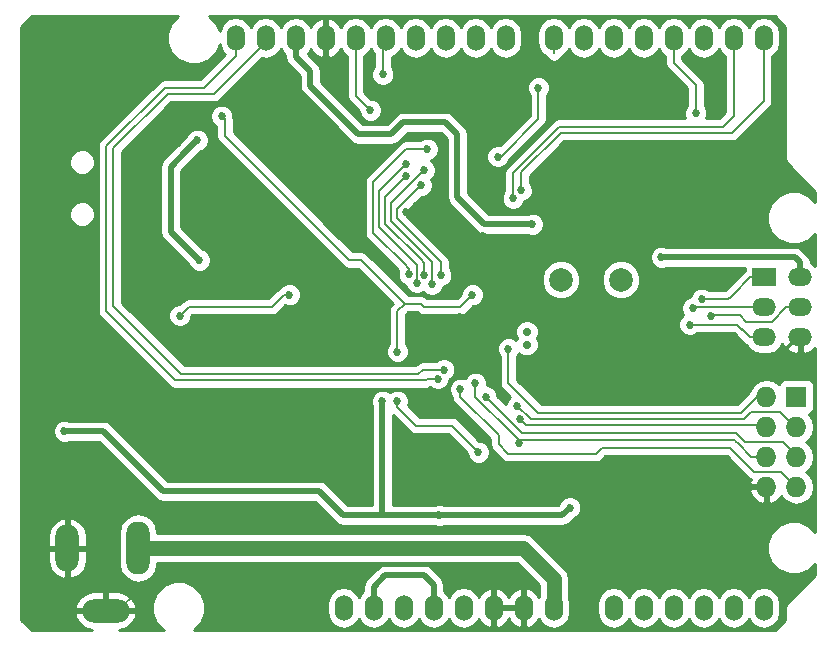
<source format=gbr>
G04 CAM350 V9.5.1 (Build 211) Date:  Fri May 13 20:41:23 2016 *
G04 Database: (Untitled) *
G04 Layer 1: STM32duino-B_Cu *
%FSLAX46Y46*%
%MOMM*%
%SFA1.000B1.000*%

%MIA0B0*%
%IPPOS*%
%ADD10C,0.25400*%
%ADD11O,1.52400X2.19964*%
%ADD12O,1.52400X2.19710*%
%ADD13O,4.00050X1.99898*%
%ADD14O,1.99898X4.00050*%
%ADD15O,1.99898X4.50088*%
%ADD16C,1.99898*%
%ADD17C,0.70000*%
%ADD18R,1.99898X1.52400*%
%ADD19O,1.99898X1.52400*%
%ADD20R,1.72720X1.72720*%
%ADD21O,1.72720X1.72720*%
%ADD22C,0.68580*%
%ADD23C,0.50800*%
%ADD24C,0.20320*%
%ADD25C,1.27000*%
%LNSTM32duino-B_Cu*%
%LPD*%
G36*
X116128006Y-130145244D02*
G01Y-79912756D01*
X116128024Y-79912712*
X116996726Y-79044018*
X116996770Y-79044000*
X129391794Y-79044034*
X128828360Y-79606554*
X128487570Y-80427274*
X128487560Y-80427324*
X128486786Y-81315984*
X128486796Y-81316032*
X128826154Y-82137344*
X128826182Y-82137386*
X129454014Y-82766312*
X130274774Y-83107130*
X130274824Y-83107140*
X131163486Y-83107914*
X131163534Y-83107904*
X131984844Y-82768546*
X131984886Y-82768518*
X132613814Y-82140686*
X132914450Y-81416794*
X132986436Y-81778698*
X132986456Y-81778746*
X133289260Y-82231922*
X133348620Y-82271624*
X131266900Y-84353382*
X131266856Y-84353400*
X128269986Y-84353402*
X127988138Y-84409466*
X127988090Y-84409486*
X127749136Y-84569156*
X122796140Y-89522154*
X122636482Y-89761096*
X122636462Y-89761144*
X122580400Y-90043014*
Y-104012990*
X122636466Y-104294862*
X122636486Y-104294910*
X122796142Y-104533846*
X128638138Y-110375844*
X128877098Y-110535518*
X128877146Y-110535538*
X129158990Y-110591598*
X150367990Y-110591600*
X150649864Y-110535534*
X150649912Y-110535514*
X150744966Y-110472018*
X150829328Y-110556524*
X151188610Y-110705720*
X151188660Y-110705730*
X151577642Y-110706066*
X151577690Y-110706056*
X151937190Y-110557514*
X151937232Y-110557486*
X152212524Y-110282672*
X152361720Y-109923390*
X152361730Y-109923340*
X152361824Y-109830002*
X152361860Y-109829948*
X152445190Y-109795514*
X152445232Y-109795486*
X152720524Y-109520672*
X152869720Y-109161390*
X152869730Y-109161340*
X152870068Y-108772358*
X152870058Y-108772310*
X152721516Y-108412810*
X152721488Y-108412768*
X152446634Y-108137448*
X152087390Y-107988280*
X152087340Y-107988270*
X151698360Y-107987932*
X151698312Y-107987942*
X151338810Y-108136484*
X151338768Y-108136512*
X151245728Y-108229382*
X151245684Y-108229400*
X150113986Y-108229402*
X149832138Y-108285466*
X149832090Y-108285486*
X149593136Y-108445156*
X149427900Y-108610382*
X149427856Y-108610400*
X139794150*
X129972130Y-108610394*
X129972086Y-108610376*
X124651608Y-103289890*
X124651590Y-103289846*
X124651596Y-90512140*
X124651614Y-90512096*
X128829100Y-86334618*
X128829144Y-86334600*
X132429240*
X132711114Y-86278534*
X132711162Y-86278514*
X132950098Y-86118858*
X136492416Y-82576554*
X136492470Y-82576538*
X136817080Y-82641108*
X136817128*
X137351688Y-82534776*
X137351736Y-82534756*
X137804910Y-82231952*
X138088386Y-81807764*
X138371800Y-82231922*
X138470614Y-82297966*
X138470640Y-82298016*
Y-82480140*
X138538308Y-82820334*
X138538328Y-82820382*
X138731018Y-83108760*
X139683472Y-84061226*
X139683490Y-84061270*
Y-84946480*
X139751158Y-85286674*
X139751178Y-85286722*
X139943868Y-85575100*
X144020052Y-89651284*
X144308454Y-89843994*
X144308502Y-89844014*
X144648668Y-89911674*
X147425256Y-89911676*
X147446980Y-89915996*
X147447028*
X147787184Y-89848334*
X147787232Y-89848314*
X148075610Y-89655622*
X148831226Y-88900018*
X148831270Y-88900000*
X151650744Y-88900006*
X151650788Y-88900024*
X152145982Y-89395226*
X152146000Y-89395270*
Y-94360990*
X152213668Y-94701184*
X152213688Y-94701232*
X152406378Y-94989610*
X154692374Y-97275608*
X154980778Y-97468316*
X154980826Y-97468336*
X155320990Y-97535998*
X158975936Y-97536002*
X159189610Y-97624720*
X159189660Y-97624730*
X159578642Y-97625066*
X159578690Y-97625056*
X159938190Y-97476514*
X159938232Y-97476486*
X160213524Y-97201672*
X160362720Y-96842390*
X160362730Y-96842340*
X160363068Y-96453358*
X160363058Y-96453310*
X160214516Y-96093810*
X160214488Y-96093768*
X159939634Y-95818448*
X159580390Y-95669280*
X159580340Y-95669270*
X159191360Y-95668932*
X159191312Y-95668942*
X158975754Y-95758000*
X155689256Y-95757994*
X155689212Y-95757976*
X153924018Y-93992774*
X153924000Y-93992730*
X153923998Y-89026986*
X153856334Y-88686816*
X153856314Y-88686768*
X153663606Y-88398372*
X152647608Y-87382376*
X152359224Y-87189682*
X152359176Y-87189662*
X152018986Y-87122000*
X148462986Y-87122002*
X148122816Y-87189666*
X148122768Y-87189686*
X147834372Y-87382394*
X147083098Y-88133658*
X147083054Y-88133676*
X145016934Y-88133670*
X145016890Y-88133652*
X141461508Y-84578264*
X141461490Y-84578220*
X141461488Y-83692986*
X141393824Y-83352816*
X141393804Y-83352768*
X141201096Y-83064372*
X140355978Y-82219202*
X140636532Y-81799382*
X140655038Y-81862068*
X140655060Y-81862112*
X140999062Y-82287762*
X141479808Y-82549400*
X141553988Y-82564358*
X141554078Y-82564344*
X141770036Y-82441896*
X141770100Y-82441784*
X141770080Y-81000728*
X141769952Y-81000600*
X141750154Y-81000580*
X141750100Y-81000526*
X141750120Y-80746654*
X141750174Y-80746600*
X141769972Y-80746580*
X141770100Y-80746452*
X141770090Y-79305398*
X141770026Y-79305286*
X141554064Y-79182854*
X141553974Y-79182840*
X141479802Y-79197802*
X140999056Y-79459444*
X140655056Y-79885092*
X140655034Y-79885136*
X140636496Y-79947822*
X140347446Y-79515244*
X139894268Y-79212440*
X139894220Y-79212420*
X139359660Y-79106092*
X139359612*
X138825054Y-79212424*
X138825006Y-79212444*
X138371796Y-79515282*
X138088354Y-79939434*
X137804906Y-79515244*
X137351728Y-79212440*
X137351680Y-79212420*
X136817120Y-79106092*
X136817072*
X136282514Y-79212424*
X136282466Y-79212444*
X135829256Y-79515282*
X135547084Y-79937534*
X135264906Y-79515244*
X134811728Y-79212440*
X134811680Y-79212420*
X134277120Y-79106092*
X134277072*
X133742514Y-79212424*
X133742466Y-79212444*
X133289256Y-79515282*
X132986452Y-79968460*
X132986432Y-79968508*
X132914204Y-80331450*
X132616046Y-79609856*
X132616018Y-79609814*
X132051264Y-79044026*
X179929244Y-79044006*
X179929288Y-79044024*
X180797982Y-79912726*
X180798000Y-79912770*
Y-91058990*
X180850140Y-91321116*
X180850160Y-91321164*
X180998628Y-91543360*
X183337982Y-93882726*
X183338000Y-93882770*
X183337966Y-94771622*
X182788146Y-94220858*
X181967426Y-93880068*
X181967376Y-93880058*
X181078716Y-93879284*
X181078668Y-93879294*
X180378100Y-94168762*
X180257356Y-94218654*
X180257314Y-94218682*
X179628360Y-94846554*
X179287570Y-95667274*
X179287560Y-95667324*
X179286786Y-96555984*
X179286796Y-96556032*
X179626154Y-97377344*
X179626182Y-97377386*
X180254014Y-98006312*
X181074774Y-98347130*
X181074824Y-98347140*
X181963486Y-98347914*
X181963534Y-98347904*
X182784844Y-98008546*
X182784886Y-98008518*
X183338000Y-97456420*
X183337962Y-100214366*
X183306738Y-100167656*
X182938446Y-99921562*
X182938420Y-99921512*
X182938418Y-99885486*
X182870754Y-99545316*
X182870734Y-99545268*
X182678026Y-99256872*
X182233528Y-98812376*
X181945144Y-98619682*
X181945096Y-98619662*
X181604906Y-98552000*
X170716040Y-98551992*
X170502390Y-98463280*
X170502340Y-98463270*
X170113360Y-98462932*
X170113312Y-98462942*
X169753810Y-98611484*
X169753768Y-98611512*
X169478448Y-98886366*
X169329280Y-99245610*
X169329270Y-99245660*
X169328934Y-99634640*
X169328944Y-99634688*
X169477486Y-99994190*
X169477514Y-99994232*
X169752328Y-100269524*
X170111610Y-100418720*
X170111660Y-100418730*
X170500642Y-100419066*
X170500690Y-100419056*
X170716222Y-100330004*
X177377320Y-100330024*
X177377368Y-100330084*
X177364650Y-100393514*
X177364642Y-100583426*
X177364616Y-100583476*
X177288026Y-100634656*
X175676808Y-102245864*
X175676764Y-102245882*
X174367966Y-102245876*
X174367922Y-102245858*
X174290634Y-102168448*
X173931390Y-102019280*
X173931340Y-102019270*
X173542360Y-102018932*
X173542312Y-102018942*
X173182810Y-102167484*
X173182768Y-102167512*
X172907448Y-102442366*
X172764042Y-102787662*
X172420810Y-102929484*
X172420768Y-102929512*
X172145448Y-103204366*
X171996280Y-103563610*
X171996270Y-103563660*
X171995934Y-103952640*
X171995944Y-103952688*
X172144486Y-104312190*
X172144514Y-104312232*
X172162730Y-104330544*
X171891448Y-104601366*
X171742280Y-104960610*
X171742270Y-104960660*
X171741934Y-105349640*
X171741944Y-105349688*
X171890486Y-105709190*
X171890514Y-105709232*
X172165328Y-105984524*
X172524610Y-106133720*
X172524660Y-106133730*
X172913642Y-106134066*
X172913690Y-106134056*
X173273190Y-105985514*
X173273232Y-105985486*
X173366272Y-105892618*
X173366316Y-105892600*
X176424260Y-105892606*
X176424304Y-105892624*
X177288028Y-106756344*
X177526988Y-106916018*
X177527036Y-106916038*
X177552246Y-106921054*
X177754228Y-107223310*
X178207442Y-107526148*
X178207490Y-107526168*
X178742058Y-107632498*
X179281082Y-107632500*
X179815680Y-107526164*
X179815728Y-107526144*
X180268902Y-107223340*
X180549278Y-106803794*
X180742622Y-107148944*
X181173578Y-107488620*
X181173624Y-107488644*
X181701688Y-107637504*
X181701796Y-107637484*
X181922366Y-107478782*
X181922420Y-107478678*
X181922400Y-106362628*
X181922272Y-106362500*
X181902474Y-106362480*
X181902420Y-106362426*
X181902440Y-106108554*
X181902494Y-106108500*
X181922292Y-106108480*
X181922420Y-106108352*
X181922440Y-106088554*
X181922494Y-106088500*
X182176366Y-106088520*
X182176420Y-106088574*
X182176440Y-106108372*
X182176568Y-106108500*
X182196366Y-106108520*
X182196420Y-106108574*
X182196400Y-106362446*
X182196346Y-106362500*
X182176548Y-106362520*
X182176420Y-106362648*
X182176428Y-107478694*
X182176482Y-107478798*
X182397062Y-107637488*
X182397170Y-107637508*
X182925224Y-107488640*
X182925270Y-107488616*
X183338000Y-107163362*
X183337966Y-122711622*
X183248040Y-122621540*
X182788146Y-122160858*
X181967426Y-121820068*
X181967376Y-121820058*
X181078716Y-121819284*
X181078668Y-121819294*
X180257356Y-122158654*
X180257314Y-122158682*
X179628360Y-122786554*
X179287570Y-123607274*
X179287560Y-123607324*
X179286786Y-124495984*
X179286796Y-124496032*
X179626154Y-125317344*
X179626182Y-125317386*
X180254014Y-125946312*
X181074774Y-126287130*
X181074824Y-126287140*
X181963486Y-126287914*
X181963534Y-126287904*
X182784844Y-125948546*
X182784886Y-125948518*
X183338000Y-125396420*
X183337994Y-126335244*
X183337976Y-126335288*
X180998626Y-128674642*
X180850156Y-128896844*
X180850136Y-128896892*
X180798000Y-129159014*
X180797994Y-130145244*
X180797976Y-130145288*
X180378100Y-130565164*
X179929274Y-131013982*
X179929230Y-131014000*
X163538070*
X162598100*
X158534100*
X155994100*
X130729492Y-131013940*
X131343814Y-130400686*
X131684632Y-129579926*
X131684642Y-129579876*
X131685416Y-128691214*
X131685406Y-128691166*
X131346046Y-127869856*
X131346018Y-127869814*
X130718146Y-127240858*
X129897426Y-126900068*
X129897376Y-126900058*
X129008716Y-126899284*
X129008668Y-126899294*
X128187356Y-127238654*
X128187314Y-127238682*
X127558360Y-127866554*
X127217570Y-128687274*
X127217560Y-128687324*
X127216786Y-129575984*
X127216796Y-129576032*
X127556154Y-130397344*
X127556182Y-130397386*
X128171618Y-131014000*
X124390734Y-131013948*
X125004682Y-130841456*
X125004728Y-130841432*
X125507424Y-130445948*
X125820548Y-129888148*
X125851488Y-129760378*
X125851480Y-129760294*
X125732168Y-129507054*
X125732052Y-129506980*
X123388248Y-129507000*
X123388120Y-129507128*
X123388100Y-129526926*
X123388046Y-129526980*
X123134174Y-129526960*
X123134120Y-129526906*
Y-129507108*
X123133992Y-129506980*
X120790172Y-129506992*
X120790056Y-129507066*
X120670764Y-129760300*
X120670752Y-129760354*
X120701684Y-129888122*
X121014790Y-130445916*
X121517520Y-130841436*
X121517566Y-130841460*
X122131488Y-131014000*
X119882920*
X116996756Y-131013994*
X116996712Y-131013976*
X116128024Y-130145288*
X116128006Y-130145244*
G37*
%LPC*%
G36*
X120174844Y-91616716D02*
G01X120339594Y-92015440D01*
X120339622Y-92015482*
X120644420Y-92320810*
X121042898Y-92486280*
X121042948Y-92486290*
X121474368Y-92486666*
X121474416Y-92486656*
X121873136Y-92321910*
X121873178Y-92321882*
X122178510Y-92017080*
X122343982Y-91618602*
X122343992Y-91618552*
X122344366Y-91187132*
X122344356Y-91187084*
X122179606Y-90788358*
X122179578Y-90788316*
X121874742Y-90482962*
X121476304Y-90317518*
X121476254Y-90317508*
X121044832Y-90317134*
X121044784Y-90317144*
X120646060Y-90481894*
X120646018Y-90481922*
X120340662Y-90786758*
X120175220Y-91185196*
X120175210Y-91185246*
X120174834Y-91616668*
X120174844Y-91616716*
G37*
G36*
Y-96013456D02*
G01X120339594Y-96412180D01*
X120339622Y-96412222*
X120644420Y-96717550*
X121042898Y-96883020*
X121042948Y-96883030*
X121474368Y-96883406*
X121474416Y-96883396*
X121873136Y-96718650*
X121873178Y-96718622*
X122178510Y-96413820*
X122343982Y-96015342*
X122343992Y-96015292*
X122344366Y-95583872*
X122344356Y-95583824*
X122179606Y-95185098*
X122179578Y-95185056*
X121874742Y-94879702*
X121476304Y-94714258*
X121476254Y-94714248*
X121044832Y-94713874*
X121044784Y-94713884*
X120646060Y-94878634*
X120646018Y-94878662*
X120340662Y-95183498*
X120175220Y-95581936*
X120175210Y-95581986*
X120174834Y-96013408*
X120174844Y-96013456*
G37*
G36*
X160163238Y-101669720D02*
G01X160411530Y-102270632D01*
X160411558Y-102270674*
X160870914Y-102730830*
X161471434Y-102980196*
X161471484Y-102980206*
X162121672Y-102980772*
X162121720Y-102980762*
X162722628Y-102732474*
X162722670Y-102732446*
X163182830Y-102273086*
X163432196Y-101672566*
X163432206Y-101672516*
X163432772Y-101022328*
X163432762Y-101022280*
X163184470Y-100421366*
X163184442Y-100421324*
X162725048Y-99961142*
X162124568Y-99711804*
X162124518Y-99711794*
X161474328Y-99711228*
X161474280Y-99711238*
X160873368Y-99959530*
X160873326Y-99959558*
X160413142Y-100418952*
X160163804Y-101019432*
X160163794Y-101019482*
X160163228Y-101669672*
X160163238Y-101669720*
G37*
G36*
X165243238D02*
G01X165491530Y-102270632D01*
X165491558Y-102270674*
X165950914Y-102730830*
X166551434Y-102980196*
X166551484Y-102980206*
X167201672Y-102980772*
X167201720Y-102980762*
X167802628Y-102732474*
X167802670Y-102732446*
X168262830Y-102273086*
X168512196Y-101672566*
X168512206Y-101672516*
X168512772Y-101022328*
X168512762Y-101022280*
X168264470Y-100421366*
X168264442Y-100421324*
X167805048Y-99961142*
X167204568Y-99711804*
X167204518Y-99711794*
X166554328Y-99711228*
X166554280Y-99711238*
X165953368Y-99959530*
X165953326Y-99959558*
X165493142Y-100418952*
X165243804Y-101019432*
X165243794Y-101019482*
X165243228Y-101669672*
X165243238Y-101669720*
G37*
G36*
X152310944Y-110810688D02*
G01X152459486Y-111170190D01*
X152459514Y-111170232*
X152555190Y-111266082*
X152608466Y-111533862*
X152608486Y-111533910*
X152768142Y-111772846*
X155838054Y-114842772*
X155838072Y-114842816*
Y-115299662*
X155894138Y-115581534*
X155894158Y-115581582*
X156053814Y-115820518*
X156832138Y-116598844*
X157071098Y-116758518*
X157071146Y-116758538*
X157352990Y-116814598*
X164763298Y-116814600*
X165045172Y-116758534*
X165045220Y-116758514*
X165284156Y-116598858*
X165576408Y-116306618*
X165576452Y-116306600*
X175843870Y-116306606*
X175843914Y-116306624*
X177660138Y-118122844*
X177861706Y-118257554*
X177742062Y-118512926*
X177742050Y-118512980*
X177742064Y-118513038*
X177862508Y-118744930*
X177862622Y-118745000*
X179069872Y-118744980*
X179070000Y-118744852*
X179070020Y-118725054*
X179070074Y-118725000*
X179323946Y-118725020*
X179324000Y-118725074*
X179324020Y-118744872*
X179324148Y-118745000*
X179343946Y-118745020*
X179344000Y-118745074*
X179343980Y-118998946*
X179343926Y-118999000*
X179324128Y-118999020*
X179324000Y-118999148*
X179324010Y-120205744*
X179324078Y-120205858*
X179555980Y-120326926*
X179556088Y-120326930*
X179971930Y-120154692*
X180403804Y-119760502*
X180461358Y-119637800*
X180677318Y-119961010*
X181163494Y-120285872*
X181163542Y-120285892*
X181736980Y-120399954*
X181737028*
X182310460Y-120285892*
X182310508Y-120285872*
X182796652Y-119961040*
X183121514Y-119474866*
X183121534Y-119474818*
X183235598Y-118901368*
Y-118842626*
X183121530Y-118269174*
X183121510Y-118269126*
X182796648Y-117782954*
X182525878Y-117602002*
X182796652Y-117421040*
X183121514Y-116934866*
X183121534Y-116934818*
X183235598Y-116361368*
Y-116302626*
X183121530Y-115729174*
X183121510Y-115729126*
X182796648Y-115242954*
X182525878Y-115062002*
X182796652Y-114881040*
X183121514Y-114394866*
X183121534Y-114394818*
X183235598Y-113821368*
Y-113762626*
X183121530Y-113189174*
X183121510Y-113189126*
X182809746Y-112722490*
X182842700Y-112716066*
X182842746Y-112716046*
X183055508Y-112576284*
X183197966Y-112365258*
X183197986Y-112365212*
X183248078Y-112115614*
X183248038Y-110388386*
X183201068Y-110146300*
X183201048Y-110146254*
X183061252Y-109933456*
X182850258Y-109791034*
X182850212Y-109791014*
X182600586Y-109740960*
X180873386Y-109740962*
X180631302Y-109787932*
X180631256Y-109787952*
X180418458Y-109927748*
X180276036Y-110138742*
X180276016Y-110138788*
X180267794Y-110179618*
X180256648Y-110162954*
X179770508Y-109838126*
X179770460Y-109838106*
X179197020Y-109724044*
X179196972*
X178623534Y-109838110*
X178623486Y-109838130*
X178137314Y-110162992*
X177812486Y-110649134*
X177812466Y-110649182*
X177766852Y-110878436*
X176732900Y-111912382*
X176732856Y-111912400*
X168512774*
X163432774*
X160198130Y-111912394*
X160198086Y-111912376*
X158089618Y-109803900*
X158089600Y-109803856*
X158089606Y-107834458*
X158089624Y-107834414*
X158181524Y-107742672*
X158252294Y-107572342*
X158363300Y-107683538*
X158725192Y-107833818*
X158725242Y-107833828*
X159117048Y-107834168*
X159117096Y-107834158*
X159479208Y-107684536*
X159479250Y-107684508*
X159756540Y-107407700*
X159906818Y-107045808*
X159906828Y-107045758*
X159907168Y-106653952*
X159907158Y-106653904*
X159760348Y-106298574*
X159906818Y-105945808*
X159906828Y-105945758*
X159907168Y-105553952*
X159907158Y-105553904*
X159757538Y-105191792*
X159757510Y-105191750*
X159480660Y-104914432*
X159118808Y-104764182*
X159118758Y-104764172*
X158726954Y-104763832*
X158726906Y-104763842*
X158364794Y-104913462*
X158364752Y-104913490*
X158087434Y-105190340*
X157937182Y-105552192*
X157937172Y-105552242*
X157936832Y-105944046*
X157936842Y-105944094*
X158083650Y-106299446*
X158014330Y-106466316*
X157907634Y-106359448*
X157548390Y-106210280*
X157548340Y-106210270*
X157159360Y-106209932*
X157159312Y-106209942*
X156799810Y-106358484*
X156799768Y-106358512*
X156524448Y-106633366*
X156375280Y-106992610*
X156375270Y-106992660*
X156374934Y-107381640*
X156374944Y-107381688*
X156523486Y-107741190*
X156523514Y-107741232*
X156616382Y-107834270*
X156616400Y-107834314*
Y-110108990*
X156672466Y-110390862*
X156672486Y-110390910*
X156832142Y-110629846*
X157474178Y-111271950*
X157286448Y-111459366*
X157137280Y-111818610*
X157137270Y-111818660*
X157137166Y-111899452*
X156425974Y-111188254*
X156425956Y-111188210*
X156426068Y-111058358*
X156426058Y-111058310*
X156277516Y-110698810*
X156277488Y-110698768*
X156002634Y-110423448*
X155643390Y-110274280*
X155643340Y-110274270*
X155536810Y-110274156*
X155536756Y-110274104*
X155537068Y-109915358*
X155537058Y-109915310*
X155388516Y-109555810*
X155388488Y-109555768*
X155287624Y-109454728*
X155113634Y-109280448*
X154754390Y-109131280*
X154754340Y-109131270*
X154365360Y-109130932*
X154365312Y-109130942*
X154005810Y-109279484*
X154005768Y-109279512*
X153730448Y-109554366*
X153664172Y-109713928*
X153484390Y-109639280*
X153484340Y-109639270*
X153095360Y-109638932*
X153095312Y-109638942*
X152735810Y-109787484*
X152735768Y-109787512*
X152460448Y-110062366*
X152311280Y-110421610*
X152311270Y-110421660*
X152310934Y-110810640*
X152310944Y-110810688*
G37*
G36*
X118782944Y-114366688D02*
G01X118931486Y-114726190D01*
X118931514Y-114726232*
X119206328Y-115001524*
X119565610Y-115150720*
X119565660Y-115150730*
X119954642Y-115151066*
X119954690Y-115151056*
X120170222Y-115062004*
X122694744Y-115062006*
X122694788Y-115062024*
X127514374Y-119881608*
X127802778Y-120074316*
X127802826Y-120074336*
X128142990Y-120141998*
X140982744Y-120142006*
X140982788Y-120142024*
X142756696Y-121915930*
X143045100Y-122108640*
X143045148Y-122108660*
X143385312Y-122176320*
X146608946Y-122176322*
X146684980Y-122191444*
X146685028*
X146761034Y-122176324*
X151113936*
X151327610Y-122265042*
X151327660Y-122265052*
X151716642Y-122265388*
X151716690Y-122265378*
X151932222Y-122176326*
X161922668Y-122176322*
X162262862Y-122108654*
X162262910Y-122108634*
X162551288Y-121915944*
X162899388Y-121567856*
X163113190Y-121479514*
X163113232Y-121479486*
X163388524Y-121204672*
X163537720Y-120845390*
X163537730Y-120845340*
X163538068Y-120456358*
X163538058Y-120456310*
X163389516Y-120096810*
X163389488Y-120096768*
X163114634Y-119821448*
X162755390Y-119672280*
X162755340Y-119672270*
X162366360Y-119671932*
X162366312Y-119671942*
X162006810Y-119820484*
X162006768Y-119820512*
X161731448Y-120095366*
X161641994Y-120310768*
X161554452Y-120398304*
X161554408Y-120398322*
X151932040Y-120398314*
X151718390Y-120309602*
X151718340Y-120309592*
X151329360Y-120309254*
X151329312Y-120309264*
X151113754Y-120398322*
X147574054Y-120398302*
X147574000Y-120398248*
X147574034Y-112778678*
X149011646Y-114216286*
X149250608Y-114375960*
X149250656Y-114375980*
X149532500Y-114432040*
X152252312Y-114432048*
X152252356Y-114432066*
X153835026Y-116014744*
X153835044Y-116014788*
X153834934Y-116144640*
X153834944Y-116144688*
X153983486Y-116504190*
X153983514Y-116504232*
X154258328Y-116779524*
X154617610Y-116928720*
X154617660Y-116928730*
X155006642Y-116929066*
X155006690Y-116929056*
X155366190Y-116780514*
X155366232Y-116780486*
X155641524Y-116505672*
X155790720Y-116146390*
X155790730Y-116146340*
X155791068Y-115757358*
X155791058Y-115757310*
X155642516Y-115397810*
X155642488Y-115397768*
X155367634Y-115122448*
X155008390Y-114973280*
X155008340Y-114973270*
X154876886Y-114973148*
X154876842Y-114973130*
X153078288Y-113174580*
X152839346Y-113014924*
X152839298Y-113014904*
X152557428Y-112958842*
X149837640Y-112958836*
X149837596Y-112958818*
X148866554Y-111987738*
X148932720Y-111828390*
X148932730Y-111828340*
X148933068Y-111439358*
X148933058Y-111439310*
X148784516Y-111079810*
X148784488Y-111079768*
X148509634Y-110804448*
X148150390Y-110655280*
X148150340Y-110655270*
X147761360Y-110654932*
X147761312Y-110654942*
X147401810Y-110803484*
X147401768Y-110803512*
X147320082Y-110885024*
X147239634Y-110804448*
X146880390Y-110655280*
X146880340Y-110655270*
X146491360Y-110654932*
X146491312Y-110654942*
X146131810Y-110803484*
X146131768Y-110803512*
X145856448Y-111078366*
X145707280Y-111437610*
X145707270Y-111437660*
X145706934Y-111826640*
X145706944Y-111826688*
X145795996Y-112042220*
X145795980Y-120398268*
X145795926Y-120398322*
X143753578Y-120398316*
X143753534Y-120398298*
X141979608Y-118624376*
X141691224Y-118431682*
X141691176Y-118431662*
X141350986Y-118364000*
X128511256Y-118363994*
X128511212Y-118363976*
X123691608Y-113544376*
X123403224Y-113351682*
X123403176Y-113351662*
X123062986Y-113284000*
X122344368*
X120170040Y-113283992*
X119956390Y-113195280*
X119956340Y-113195270*
X119567360Y-113194932*
X119567312Y-113194942*
X119207810Y-113343484*
X119207768Y-113343512*
X118932448Y-113618366*
X118783280Y-113977610*
X118783270Y-113977660*
X118782934Y-114366640*
X118782944Y-114366688*
G37*
G36*
X118375450Y-123951872D02*
G01X118375578Y-123952000D01*
X119882832*
X119882960Y-123951872*
X119882908Y-121608050*
X119882834Y-121607934*
X119629600Y-121488642*
X119629516Y-121488634*
X119501746Y-121519574*
X118943946Y-121832702*
X118548464Y-122335398*
X118548440Y-122335444*
X118375430Y-122951260*
X118375450Y-123951872*
G37*
G36*
X120136940D02*
G01X120137068Y-123952000D01*
X121644322*
X121644450Y-123951872*
X121644406Y-122951226*
X121471398Y-122335438*
X121471374Y-122335392*
X121075850Y-121832664*
X120518058Y-121519560*
X120390312Y-121488636*
X120390228Y-121488644*
X120136994Y-121607952*
X120136920Y-121608068*
X120136940Y-123951872*
G37*
G36*
X120136932Y-126549948D02*
G01X120137006Y-126550064D01*
X120390240Y-126669356*
X120390324Y-126669364*
X120518058Y-126638438*
X121075856Y-126325330*
X121471378Y-125822600*
X121471402Y-125822554*
X121644446Y-125206776*
X121644410Y-124206128*
X121644282Y-124206000*
X120137048Y-124206020*
X120136920Y-124206148*
X120136932Y-126549948*
G37*
G36*
X120670766Y-128999672D02*
G01X120790074Y-129252906D01*
X120790190Y-129252980*
X123134032*
X123134160Y-129252852*
X123134100Y-127745618*
X123133972Y-127745490*
X122133340Y-127745494*
X121644410Y-127882862*
X121517560Y-127918502*
X121517514Y-127918526*
X121014784Y-128314050*
X120701682Y-128871844*
X120670754Y-128999618*
X120670766Y-128999672*
G37*
G36*
X124501864Y-126011948D02*
G01X124501884Y-126011996D01*
X124856170Y-126542220*
X125386430Y-126896538*
X125386478Y-126896558*
X126011920Y-127020964*
X126011968*
X126637410Y-126896554*
X126637458Y-126896534*
X127167682Y-126542250*
X127522000Y-126011988*
X127522020Y-126011940*
X127646428Y-125386488*
X127646450Y-125349054*
X127646504Y-125349000*
X158096928Y-125349006*
X158096972Y-125349024*
X159931082Y-127183142*
X159931100Y-127183186*
X159931086Y-128196286*
X159922440Y-128209164*
X159903164Y-128143862*
X159903142Y-128143818*
X159559100Y-127718136*
X159078358Y-127456516*
X159004212Y-127441572*
X159004122Y-127441586*
X158788164Y-127564034*
X158788100Y-127564146*
X158788120Y-129006472*
X158788248Y-129006600*
X158808046Y-129006620*
X158808100Y-129006674*
X158808080Y-129260546*
X158808026Y-129260600*
X158788228Y-129260620*
X158788100Y-129260748*
X158788110Y-130703072*
X158788174Y-130703184*
X159004136Y-130825616*
X159004226Y-130825630*
X159078364Y-130810682*
X159559106Y-130549058*
X159903146Y-130123376*
X159903168Y-130123332*
X159922476Y-130058028*
X160213260Y-130493216*
X160666474Y-130796054*
X160666522Y-130796074*
X161201080Y-130902404*
X161201128*
X161735680Y-130796074*
X161735728Y-130796054*
X162188910Y-130493246*
X162491748Y-130040034*
X162491768Y-130039986*
X162598138Y-129505418*
X162598098Y-128761780*
X162491764Y-128227206*
X162491744Y-128227158*
X162471100Y-128196238*
Y-126657086*
X162374432Y-126171114*
X162374412Y-126171066*
X162099114Y-125759064*
X159521016Y-123180968*
X159109026Y-122905684*
X159108978Y-122905664*
X158622986Y-122808998*
X127646484Y-122808980*
X127646430Y-122808926*
X127646428Y-122771506*
X127522016Y-122146050*
X127521996Y-122146002*
X127167678Y-121615746*
X126637450Y-121261460*
X126637402Y-121261440*
X126011960Y-121137034*
X126011912*
X125386470Y-121261444*
X125386422Y-121261464*
X124856166Y-121615784*
X124501880Y-122146010*
X124501860Y-122146058*
X124377450Y-122771534*
Y-125386468*
X124501864Y-126011948*
G37*
G36*
X123388140Y-129252852D02*
G01X123388268Y-129252980D01*
X125732070Y-129252968*
X125732186Y-129252894*
X125851478Y-128999676*
X125851486Y-128999592*
X125820546Y-128871806*
X125507418Y-128314006*
X125004722Y-127918522*
X125004676Y-127918498*
X124388860Y-127745490*
X123388248Y-127745510*
X123388120Y-127745638*
X123388140Y-129252852*
G37*
G36*
X145242466Y-97658562D02*
G01X145242486Y-97658610D01*
X145402142Y-97897546*
X148044896Y-100540322*
X147976550Y-100704990*
X147976540Y-100705040*
X147976202Y-101094020*
X147976212Y-101094068*
X148124754Y-101453570*
X148124782Y-101453612*
X148399596Y-101728904*
X148642904Y-101829950*
X148776486Y-102153190*
X148776514Y-102153232*
X149051328Y-102428524*
X149410610Y-102577720*
X149410660Y-102577730*
X149799642Y-102578066*
X149799690Y-102578056*
X150159190Y-102429514*
X150159232Y-102429486*
X150177418Y-102411364*
X150321328Y-102555524*
X150680610Y-102704720*
X150680660Y-102704730*
X151069642Y-102705066*
X151069690Y-102705056*
X151429184Y-102556518*
X151429226Y-102556490*
X151704524Y-102281672*
X151847924Y-101936370*
X152191190Y-101794514*
X152191232Y-101794486*
X152466524Y-101519672*
X152615720Y-101160390*
X152615730Y-101160340*
X152616068Y-100771358*
X152616058Y-100771310*
X152467516Y-100411810*
X152467488Y-100411768*
X152374618Y-100318728*
X152374600Y-100318684*
Y-99821986*
X152318534Y-99540136*
X152318514Y-99540088*
X152158844Y-99301134*
X148691618Y-95833900*
X148691600Y-95833856*
X148691606Y-95682130*
X148691624Y-95682086*
X150050744Y-94322972*
X150050788Y-94322954*
X150180642Y-94323066*
X150180690Y-94323056*
X150540190Y-94174514*
X150540232Y-94174486*
X150815524Y-93899672*
X150964720Y-93540390*
X150964730Y-93540340*
X150965068Y-93151358*
X150965058Y-93151310*
X150842986Y-92855834*
X151069524Y-92629672*
X151218720Y-92270390*
X151218730Y-92270340*
X151219068Y-91881358*
X151219058Y-91881310*
X151070516Y-91521810*
X151070488Y-91521768*
X150795634Y-91246448*
X150776908Y-91238636*
X151048190Y-91126514*
X151048232Y-91126486*
X151323524Y-90851672*
X151472720Y-90492390*
X151472730Y-90492340*
X151473068Y-90103358*
X151473058Y-90103310*
X151324516Y-89743810*
X151324488Y-89743768*
X151049634Y-89468448*
X150690390Y-89319280*
X150690340Y-89319270*
X150301360Y-89318932*
X150301312Y-89318942*
X149941810Y-89467484*
X149941768Y-89467512*
X149848728Y-89560382*
X149848684Y-89560400*
X148716986Y-89560402*
X148435138Y-89616466*
X148435090Y-89616486*
X148196136Y-89776156*
X145402140Y-92570154*
X145242482Y-92809096*
X145242462Y-92809144*
X145186400Y-93091014*
Y-97376688*
X145242466Y-97658562*
G37*
G36*
X132117944Y-87696688D02*
G01X132266486Y-88056190D01*
X132266514Y-88056232*
X132541326Y-88331524*
X132613364Y-88361460*
X132613400Y-88361512*
Y-89153990*
X132669466Y-89435862*
X132669486Y-89435910*
X132829142Y-89674846*
X141833242Y-98678956*
X141837758Y-98685710*
X143367890Y-100215844*
X143606850Y-100375518*
X143606898Y-100375538*
X143888744Y-100431598*
X144601870Y-100431606*
X144601914Y-100431624*
X147548258Y-103378032*
X147434140Y-103492154*
X147274482Y-103731096*
X147274462Y-103731144*
X147218400Y-104013014*
X147218394Y-106795540*
X147218376Y-106795584*
X147126448Y-106887366*
X146977280Y-107246610*
X146977270Y-107246660*
X146976934Y-107635640*
X146976944Y-107635688*
X147125486Y-107995190*
X147125514Y-107995232*
X147400328Y-108270524*
X147759610Y-108419720*
X147759660Y-108419730*
X148148642Y-108420066*
X148148690Y-108420056*
X148508184Y-108271518*
X148508226Y-108271490*
X148783524Y-107996672*
X148932720Y-107637390*
X148932730Y-107637340*
X148933068Y-107248358*
X148933058Y-107248310*
X148784516Y-106888810*
X148784488Y-106888768*
X148691618Y-106795728*
X148691600Y-106795684*
X148691606Y-104318130*
X148691624Y-104318086*
X148895100Y-104114618*
X148895144Y-104114600*
X149681870Y-104114606*
X149681914Y-104114624*
X149720138Y-104152844*
X149959098Y-104312518*
X149959146Y-104312538*
X150240990Y-104368598*
X153298626Y-104368600*
X153580498Y-104312534*
X153580546Y-104312514*
X153819482Y-104152858*
X154373300Y-103599052*
X154373344Y-103599034*
X154503196Y-103599146*
X154503244Y-103599136*
X154862746Y-103450594*
X154862788Y-103450566*
X155138080Y-103175752*
X155287276Y-102816470*
X155287286Y-102816420*
X155287622Y-102427438*
X155287612Y-102427390*
X155139070Y-102067890*
X155139042Y-102067848*
X154864188Y-101792528*
X154504946Y-101643360*
X154504896Y-101643350*
X154115914Y-101643012*
X154115866Y-101643022*
X153756366Y-101791564*
X153756324Y-101791592*
X153481004Y-102066446*
X153331836Y-102425690*
X153331826Y-102425740*
X153331704Y-102557194*
X153331686Y-102557238*
X152993536Y-102895382*
X152993492Y-102895400*
X152616070*
X150546130Y-102895394*
X150546086Y-102895376*
X150507846Y-102857138*
X150268904Y-102697482*
X150268856Y-102697462*
X149986986Y-102641400*
X148895130Y-102641394*
X148895086Y-102641376*
X145427846Y-99174138*
X145188904Y-99014482*
X145188856Y-99014462*
X144906986Y-98958400*
X144193884Y-98958394*
X144193840Y-98958376*
X142883990Y-97648522*
X142879460Y-97641750*
X134086618Y-88848900*
X134086600Y-88848856*
X134086598Y-87756986*
X134073736Y-87692310*
X134074068Y-87309358*
X134074058Y-87309310*
X133925516Y-86949810*
X133925488Y-86949768*
X133650632Y-86674448*
X133291390Y-86525280*
X133291340Y-86525270*
X132902358Y-86524932*
X132902310Y-86524942*
X132542810Y-86673484*
X132542768Y-86673512*
X132267448Y-86948366*
X132118280Y-87307610*
X132118270Y-87307660*
X132117934Y-87696640*
X132117944Y-87696688*
G37*
G36*
X127956668Y-97622184D02*
G01X127956688Y-97622232D01*
X128149378Y-97910610*
X130273142Y-100034388*
X130361486Y-100248190*
X130361514Y-100248232*
X130636326Y-100523524*
X130995610Y-100672720*
X130995660Y-100672730*
X131384640Y-100673066*
X131384688Y-100673056*
X131744184Y-100524518*
X131744226Y-100524490*
X132019524Y-100249672*
X132168720Y-99890390*
X132168730Y-99890340*
X132169068Y-99501358*
X132169058Y-99501310*
X132020516Y-99141810*
X132020488Y-99141768*
X131745632Y-98866448*
X131530230Y-98776994*
X129667018Y-96913774*
X129667000Y-96913730*
X129667006Y-92138456*
X129667024Y-92138412*
X131352588Y-90452856*
X131566390Y-90364514*
X131566432Y-90364486*
X131841724Y-90089672*
X131990920Y-89730390*
X131990930Y-89730340*
X131991266Y-89341358*
X131991256Y-89341310*
X131842714Y-88981810*
X131842686Y-88981768*
X131567834Y-88706448*
X131208590Y-88557280*
X131208540Y-88557270*
X130819560Y-88556932*
X130819512Y-88556942*
X130460010Y-88705484*
X130459968Y-88705512*
X130184648Y-88980366*
X130095194Y-89195768*
X128149376Y-91141592*
X127956684Y-91429976*
X127956664Y-91430024*
X127889000Y-91770214*
Y-97281990*
X127956668Y-97622184*
G37*
G36*
X128561942Y-104587688D02*
G01X128710486Y-104947190D01*
X128710514Y-104947232*
X128985328Y-105222524*
X129344610Y-105371720*
X129344660Y-105371730*
X129733642Y-105372066*
X129733690Y-105372056*
X130093184Y-105223518*
X130093226Y-105223490*
X130368524Y-104948672*
X130517720Y-104589390*
X130517730Y-104589340*
X130517850Y-104457884*
X130517868Y-104457840*
X130607100Y-104368618*
X130607144Y-104368600*
X137320218*
X137602090Y-104312534*
X137602138Y-104312514*
X137841074Y-104152858*
X138461328Y-103532628*
X138620690Y-103598800*
X138620740Y-103598810*
X139009722Y-103599146*
X139009770Y-103599136*
X139369270Y-103450594*
X139369312Y-103450566*
X139644604Y-103175752*
X139793800Y-102816470*
X139793810Y-102816420*
X139794148Y-102427438*
X139794138Y-102427390*
X139645596Y-102067890*
X139645568Y-102067848*
X139370714Y-101792528*
X139011470Y-101643360*
X139011420Y-101643350*
X138622440Y-101643012*
X138622392Y-101643022*
X138262890Y-101791564*
X138262848Y-101791592*
X138129622Y-101924566*
X138049284Y-101940546*
X138049236Y-101940566*
X137810282Y-102100236*
X137015128Y-102895382*
X137015084Y-102895400*
X132169070*
X130301986Y-102895402*
X130020138Y-102951466*
X130020090Y-102951486*
X129781136Y-103111156*
X129476256Y-103416026*
X129476212Y-103416044*
X129346360Y-103415932*
X129346312Y-103415942*
X128986810Y-103564484*
X128986768Y-103564512*
X128711448Y-103839366*
X128562280Y-104198610*
X128562270Y-104198660*
X128561932Y-104587640*
X128561942Y-104587688*
G37*
G36*
X142130436Y-130039994D02*
G01X142130456Y-130040042D01*
X142433260Y-130493216*
X142886474Y-130796054*
X142886522Y-130796074*
X143421080Y-130902404*
X143421128*
X143955688Y-130796070*
X143955736Y-130796050*
X144408910Y-130493246*
X144691116Y-130070958*
X144973260Y-130493216*
X145426474Y-130796054*
X145426522Y-130796074*
X145961080Y-130902404*
X145961128*
X146495688Y-130796070*
X146495736Y-130796050*
X146948910Y-130493246*
X147231116Y-130070958*
X147513260Y-130493216*
X147966474Y-130796054*
X147966522Y-130796074*
X148501080Y-130902404*
X148501128*
X149035688Y-130796070*
X149035736Y-130796050*
X149488910Y-130493246*
X149771116Y-130070958*
X150053260Y-130493216*
X150506474Y-130796054*
X150506522Y-130796074*
X151041080Y-130902404*
X151041128*
X151575688Y-130796070*
X151575736Y-130796050*
X152028910Y-130493246*
X152311116Y-130070958*
X152593260Y-130493216*
X153046474Y-130796054*
X153046522Y-130796074*
X153581080Y-130902404*
X153581128*
X154115680Y-130796074*
X154115728Y-130796054*
X154568910Y-130493246*
X154859760Y-130058034*
X154879038Y-130123338*
X154879060Y-130123382*
X155223062Y-130549032*
X155703808Y-130810670*
X155777988Y-130825628*
X155778078Y-130825614*
X155994076Y-130703178*
X155994140Y-130703066*
X155994080Y-129260728*
X155993952Y-129260600*
X155974154Y-129260580*
X155974100Y-129260526*
X155974120Y-129006654*
X155974174Y-129006600*
X155993972Y-129006580*
X155994100Y-129006452*
X155994090Y-127564128*
X155994026Y-127564016*
X155778064Y-127441584*
X155777974Y-127441570*
X155703802Y-127456532*
X155223056Y-127718174*
X154879056Y-128143824*
X154879034Y-128143868*
X154859724Y-128209170*
X154568906Y-127773948*
X154115728Y-127471144*
X154115680Y-127471124*
X153581120Y-127364796*
X153581072*
X153046514Y-127471128*
X153046466Y-127471148*
X152593256Y-127773986*
X152311084Y-128196240*
X152028906Y-127773948*
X151930126Y-127707938*
X151930100Y-127707888*
X151930098Y-127165086*
X151862434Y-126824916*
X151862414Y-126824868*
X151669706Y-126536472*
X150869608Y-125736376*
X150581224Y-125543682*
X150581176Y-125543662*
X150240986Y-125476000*
X146938986Y-125476002*
X146598816Y-125543666*
X146598768Y-125543686*
X146310372Y-125736394*
X145332476Y-126714292*
X145139784Y-127002676*
X145139764Y-127002724*
X145072100Y-127342914*
X145072092Y-127707904*
X145072066Y-127707954*
X144973256Y-127773986*
X144691084Y-128196240*
X144408906Y-127773948*
X143955728Y-127471144*
X143955680Y-127471124*
X143421120Y-127364796*
X143421072*
X142886514Y-127471128*
X142886466Y-127471148*
X142433256Y-127773986*
X142130452Y-128227166*
X142130432Y-128227214*
X142024100Y-128761808*
Y-129505396*
X142130436Y-130039994*
G37*
G36*
X142024110Y-82441802D02*
G01X142024174Y-82441914D01*
X142240136Y-82564346*
X142240226Y-82564360*
X142314364Y-82549412*
X142795106Y-82287788*
X143139146Y-81862106*
X143139168Y-81862062*
X143158482Y-81796740*
X143449260Y-82231922*
X143700474Y-82399796*
X143700500Y-82399846*
Y-85763090*
X143756566Y-86044962*
X143756586Y-86045010*
X143916242Y-86283946*
X144691026Y-87058744*
X144691044Y-87058788*
X144690934Y-87188640*
X144690944Y-87188688*
X144839486Y-87548190*
X144839514Y-87548232*
X145114328Y-87823524*
X145473610Y-87972720*
X145473660Y-87972730*
X145862642Y-87973066*
X145862690Y-87973056*
X146222184Y-87824518*
X146222226Y-87824490*
X146497524Y-87549672*
X146646720Y-87190390*
X146646730Y-87190340*
X146647068Y-86801358*
X146647058Y-86801310*
X146498516Y-86441810*
X146498488Y-86441768*
X146223634Y-86166448*
X145864390Y-86017280*
X145864340Y-86017270*
X145732886Y-86017148*
X145732842Y-86017130*
X145173718Y-85458000*
X145173700Y-85457956*
X145173708Y-82399830*
X145173734Y-82399780*
X145424910Y-82231952*
X145707116Y-81809664*
X145989260Y-82231922*
X145999174Y-82238564*
X145999200Y-82238614*
X145999194Y-83325940*
X145999176Y-83325984*
X145907248Y-83417766*
X145758080Y-83777010*
X145758070Y-83777060*
X145757734Y-84166040*
X145757744Y-84166088*
X145906286Y-84525590*
X145906314Y-84525632*
X146181128Y-84800924*
X146540410Y-84950120*
X146540460Y-84950130*
X146929442Y-84950466*
X146929490Y-84950456*
X147288990Y-84801914*
X147289032Y-84801886*
X147564324Y-84527072*
X147713520Y-84167790*
X147713530Y-84167740*
X147713868Y-83778758*
X147713858Y-83778710*
X147565316Y-83419210*
X147565288Y-83419168*
X147472418Y-83326128*
X147472400Y-83326084*
X147472416Y-82542632*
X147472462Y-82542576*
X147511688Y-82534776*
X147511736Y-82534756*
X147964910Y-82231952*
X148247116Y-81809664*
X148529260Y-82231922*
X148982474Y-82534760*
X148982522Y-82534780*
X149517080Y-82641108*
X149517128*
X150051688Y-82534776*
X150051736Y-82534756*
X150504910Y-82231952*
X150787116Y-81809664*
X151069260Y-82231922*
X151522474Y-82534760*
X151522522Y-82534780*
X152057080Y-82641108*
X152057128*
X152591688Y-82534776*
X152591736Y-82534756*
X153044910Y-82231952*
X153327116Y-81809664*
X153609260Y-82231922*
X154062474Y-82534760*
X154062522Y-82534780*
X154597080Y-82641108*
X154597128*
X155131688Y-82534776*
X155131736Y-82534756*
X155584910Y-82231952*
X155867116Y-81809664*
X156149260Y-82231922*
X156602474Y-82534760*
X156602522Y-82534780*
X157137080Y-82641108*
X157137128*
X157671688Y-82534776*
X157671736Y-82534756*
X158124910Y-82231952*
X158427748Y-81778738*
X158427768Y-81778690*
X158534138Y-81244124*
X158534098Y-80503074*
X158427764Y-79968500*
X158427744Y-79968452*
X158124906Y-79515244*
X157671728Y-79212440*
X157671680Y-79212420*
X157137120Y-79106092*
X157137072*
X156602514Y-79212424*
X156602466Y-79212444*
X156149256Y-79515282*
X155867084Y-79937534*
X155584906Y-79515244*
X155131728Y-79212440*
X155131680Y-79212420*
X154597120Y-79106092*
X154597072*
X154062514Y-79212424*
X154062466Y-79212444*
X153609256Y-79515282*
X153327084Y-79937534*
X153044906Y-79515244*
X152591728Y-79212440*
X152591680Y-79212420*
X152057120Y-79106092*
X152057072*
X151522514Y-79212424*
X151522466Y-79212444*
X151069256Y-79515282*
X150787084Y-79937534*
X150504906Y-79515244*
X150051728Y-79212440*
X150051680Y-79212420*
X149517120Y-79106092*
X149517072*
X148982514Y-79212424*
X148982466Y-79212444*
X148529256Y-79515282*
X148247084Y-79937534*
X147964906Y-79515244*
X147511728Y-79212440*
X147511680Y-79212420*
X146977120Y-79106092*
X146977072*
X146442514Y-79212424*
X146442466Y-79212444*
X145989256Y-79515282*
X145707084Y-79937534*
X145424906Y-79515244*
X144971728Y-79212440*
X144971680Y-79212420*
X144437120Y-79106092*
X144437072*
X143902514Y-79212424*
X143902466Y-79212444*
X143449256Y-79515282*
X143158446Y-79950452*
X143139164Y-79885130*
X143139142Y-79885086*
X142795100Y-79459406*
X142314358Y-79197786*
X142240212Y-79182842*
X142240122Y-79182856*
X142024164Y-79305304*
X142024100Y-79305416*
X142024120Y-80746472*
X142024248Y-80746600*
X142044046Y-80746620*
X142044100Y-80746674*
X142044080Y-81000546*
X142044026Y-81000600*
X142024228Y-81000620*
X142024100Y-81000748*
X142024110Y-82441802*
G37*
G36*
X155485944Y-91125688D02*
G01X155634486Y-91485190D01*
X155634514Y-91485232*
X155909328Y-91760524*
X156268610Y-91909720*
X156268660Y-91909730*
X156657642Y-91910066*
X156657690Y-91910056*
X157017184Y-91761518*
X157017226Y-91761490*
X157292524Y-91486672*
X157354658Y-91337064*
X160413846Y-88277862*
X160573518Y-88038902*
X160573538Y-88038854*
X160629598Y-87757010*
X160629606Y-85736458*
X160629624Y-85736414*
X160721524Y-85644672*
X160870720Y-85285390*
X160870730Y-85285340*
X160871068Y-84896358*
X160871058Y-84896310*
X160722516Y-84536810*
X160722488Y-84536768*
X160447634Y-84261448*
X160088390Y-84112280*
X160088340Y-84112270*
X159699360Y-84111932*
X159699312Y-84111942*
X159339810Y-84260484*
X159339768Y-84260512*
X159064448Y-84535366*
X158915280Y-84894610*
X158915270Y-84894660*
X158914934Y-85283640*
X158914944Y-85283688*
X159063486Y-85643190*
X159063514Y-85643232*
X159156382Y-85736270*
X159156400Y-85736314*
X159156394Y-87451870*
X159156376Y-87451914*
X158534100Y-88074188*
X156654034Y-89954246*
X156653990Y-89954264*
X156270360Y-89953932*
X156270312Y-89953942*
X155910810Y-90102484*
X155910768Y-90102512*
X155635448Y-90377366*
X155486280Y-90736610*
X155486270Y-90736660*
X155485934Y-91125640*
X155485944Y-91125688*
G37*
G36*
X156248120Y-129006472D02*
G01X156248248Y-129006600D01*
X158534012*
X158534140Y-129006472*
X158534090Y-127564128*
X158534026Y-127564016*
X158318064Y-127441584*
X158317974Y-127441570*
X158243802Y-127456532*
X157763056Y-127718174*
X157419056Y-128143824*
X157419034Y-128143868*
X157391078Y-128238432*
X157363164Y-128143862*
X157363142Y-128143818*
X157019100Y-127718136*
X156538358Y-127456516*
X156464212Y-127441572*
X156464122Y-127441586*
X156248164Y-127564034*
X156248100Y-127564146*
X156248120Y-129006472*
G37*
G36*
X156248110Y-130703072D02*
G01X156248174Y-130703184D01*
X156464136Y-130825616*
X156464226Y-130825630*
X156538364Y-130810682*
X157019106Y-130549058*
X157363146Y-130123376*
X157363168Y-130123332*
X157391122Y-130028768*
X157419038Y-130123338*
X157419060Y-130123382*
X157763062Y-130549032*
X158243808Y-130810670*
X158317988Y-130825628*
X158318078Y-130825614*
X158534066Y-130703196*
X158534130Y-130703084*
X158534100Y-129260728*
X158533972Y-129260600*
X156248228Y-129260620*
X156248100Y-129260748*
X156248110Y-130703072*
G37*
G36*
X156774758Y-94662874D02*
G01X156923300Y-95022374D01*
X156923328Y-95022416*
X157198142Y-95297708*
X157557426Y-95446904*
X157557476Y-95446914*
X157946456Y-95447252*
X157946504Y-95447242*
X158306000Y-95298704*
X158306042Y-95298676*
X158581340Y-95023858*
X158704262Y-94727866*
X158998390Y-94606314*
X158998432Y-94606286*
X159273724Y-94331472*
X159422920Y-93972190*
X159422930Y-93972140*
X159423268Y-93583158*
X159423258Y-93583110*
X159274716Y-93223610*
X159274688Y-93223568*
X159181818Y-93130528*
X159181800Y-93130484*
X159181806Y-92557930*
X159181824Y-92557886*
X162103100Y-89636618*
X162103144Y-89636600*
X176275990*
X176557864Y-89580534*
X176557912Y-89580514*
X176796848Y-89420858*
X179501946Y-86715762*
X179661618Y-86476802*
X179661638Y-86476754*
X179717698Y-86194910*
X179717708Y-82399830*
X179717734Y-82399780*
X179968910Y-82231952*
X180271748Y-81778738*
X180271768Y-81778690*
X180378138Y-81244124*
X180378098Y-80503074*
X180271764Y-79968500*
X180271744Y-79968452*
X179968906Y-79515244*
X179515728Y-79212440*
X179515680Y-79212420*
X178981120Y-79106092*
X178981072*
X178446514Y-79212424*
X178446466Y-79212444*
X177993256Y-79515282*
X177711084Y-79937534*
X177428906Y-79515244*
X176975728Y-79212440*
X176975680Y-79212420*
X176441120Y-79106092*
X176441072*
X175906514Y-79212424*
X175906466Y-79212444*
X175453256Y-79515282*
X175171084Y-79937534*
X174888906Y-79515244*
X174435728Y-79212440*
X174435680Y-79212420*
X173901120Y-79106092*
X173901072*
X173366514Y-79212424*
X173366466Y-79212444*
X172913256Y-79515282*
X172631084Y-79937534*
X172348906Y-79515244*
X171895728Y-79212440*
X171895680Y-79212420*
X171361120Y-79106092*
X171361072*
X170826514Y-79212424*
X170826466Y-79212444*
X170373256Y-79515282*
X170091084Y-79937534*
X169808906Y-79515244*
X169355728Y-79212440*
X169355680Y-79212420*
X168821120Y-79106092*
X168821072*
X168286514Y-79212424*
X168286466Y-79212444*
X167833256Y-79515282*
X167551084Y-79937534*
X167268906Y-79515244*
X166815728Y-79212440*
X166815680Y-79212420*
X166281120Y-79106092*
X166281072*
X165746514Y-79212424*
X165746466Y-79212444*
X165293256Y-79515282*
X165011084Y-79937534*
X164728906Y-79515244*
X164275728Y-79212440*
X164275680Y-79212420*
X163741120Y-79106092*
X163741072*
X163206514Y-79212424*
X163206466Y-79212444*
X162753256Y-79515282*
X162471084Y-79937534*
X162188906Y-79515244*
X161735728Y-79212440*
X161735680Y-79212420*
X161201120Y-79106092*
X161201072*
X160666514Y-79212424*
X160666466Y-79212444*
X160213256Y-79515282*
X159910452Y-79968460*
X159910432Y-79968508*
X159804100Y-80503102*
Y-81244102*
X159910436Y-81778698*
X159910456Y-81778746*
X160213260Y-82231922*
X160515972Y-82434204*
X160520566Y-82457212*
X160520586Y-82457260*
X160680234Y-82696186*
X160919198Y-82855868*
X160919246Y-82855888*
X161201080Y-82911946*
X161201128*
X161482964Y-82855884*
X161483012Y-82855864*
X161721938Y-82696216*
X161881618Y-82457252*
X161881638Y-82457204*
X161886210Y-82434232*
X162188910Y-82231952*
X162471116Y-81809664*
X162753260Y-82231922*
X163206474Y-82534760*
X163206522Y-82534780*
X163741080Y-82641108*
X163741128*
X164275688Y-82534776*
X164275736Y-82534756*
X164728910Y-82231952*
X165011116Y-81809664*
X165293260Y-82231922*
X165746474Y-82534760*
X165746522Y-82534780*
X166281080Y-82641108*
X166281128*
X166815688Y-82534776*
X166815736Y-82534756*
X167268910Y-82231952*
X167551116Y-81809664*
X167833260Y-82231922*
X168286474Y-82534760*
X168286522Y-82534780*
X168821080Y-82641108*
X168821128*
X169355688Y-82534776*
X169355736Y-82534756*
X169808910Y-82231952*
X170091116Y-81809664*
X170373260Y-82231922*
X170624474Y-82399796*
X170624500Y-82399846*
Y-82969090*
X170680566Y-83250962*
X170680586Y-83251010*
X170840242Y-83489946*
X172491382Y-85141100*
X172491400Y-85141144*
X172491394Y-86602540*
X172491376Y-86602584*
X172399448Y-86694366*
X172250280Y-87053610*
X172250270Y-87053660*
X172249934Y-87442640*
X172249944Y-87442688*
X172337748Y-87655400*
X161670986Y-87655402*
X161389138Y-87711466*
X161389090Y-87711486*
X161150136Y-87871156*
X160871070Y-88150220*
X157231954Y-91789340*
X157072298Y-92028282*
X157072278Y-92028330*
X157016216Y-92310198*
X157016210Y-93822726*
X157016192Y-93822770*
X156924264Y-93914552*
X156775096Y-94273794*
X156775086Y-94273844*
X156774748Y-94662826*
X156774758Y-94662874*
G37*
G36*
X177742062Y-119231090D02*
G01X177990172Y-119760468D01*
X178422040Y-120154672*
X178837930Y-120326930*
X178838038Y-120326926*
X179069962Y-120205870*
X179070030Y-120205756*
X179069980Y-118999128*
X179069852Y-118999000*
X177862604Y-118999010*
X177862490Y-118999080*
X177742064Y-119230978*
X177742050Y-119231036*
X177742062Y-119231090*
G37*
G36*
X164990436Y-130039994D02*
G01X164990456Y-130040042D01*
X165293260Y-130493216*
X165746474Y-130796054*
X165746522Y-130796074*
X166281080Y-130902404*
X166281128*
X166815688Y-130796070*
X166815736Y-130796050*
X167268910Y-130493246*
X167551116Y-130070958*
X167833260Y-130493216*
X168286474Y-130796054*
X168286522Y-130796074*
X168821080Y-130902404*
X168821128*
X169355688Y-130796070*
X169355736Y-130796050*
X169808910Y-130493246*
X170091116Y-130070958*
X170373260Y-130493216*
X170826474Y-130796054*
X170826522Y-130796074*
X171361080Y-130902404*
X171361128*
X171895688Y-130796070*
X171895736Y-130796050*
X172348910Y-130493246*
X172631116Y-130070958*
X172913260Y-130493216*
X173366474Y-130796054*
X173366522Y-130796074*
X173901080Y-130902404*
X173901128*
X174435688Y-130796070*
X174435736Y-130796050*
X174888910Y-130493246*
X175171116Y-130070958*
X175453260Y-130493216*
X175906474Y-130796054*
X175906522Y-130796074*
X176441080Y-130902404*
X176441128*
X176975688Y-130796070*
X176975736Y-130796050*
X177428910Y-130493246*
X177711116Y-130070958*
X177993260Y-130493216*
X178446474Y-130796054*
X178446522Y-130796074*
X178981080Y-130902404*
X178981128*
X179515680Y-130796074*
X179515728Y-130796054*
X179968910Y-130493246*
X180271748Y-130040034*
X180271768Y-130039986*
X180378138Y-129505418*
X180378098Y-128761780*
X180271764Y-128227206*
X180271744Y-128227158*
X179968906Y-127773948*
X179515728Y-127471144*
X179515680Y-127471124*
X179070000Y-127382476*
X178981120Y-127364796*
X178981072*
X178446514Y-127471128*
X178446466Y-127471148*
X177993256Y-127773986*
X177711084Y-128196240*
X177428906Y-127773948*
X176975728Y-127471144*
X176975680Y-127471124*
X176441120Y-127364796*
X176441072*
X175906514Y-127471128*
X175906466Y-127471148*
X175453256Y-127773986*
X175171084Y-128196240*
X174888906Y-127773948*
X174435728Y-127471144*
X174435680Y-127471124*
X173901120Y-127364796*
X173901072*
X173366514Y-127471128*
X173366466Y-127471148*
X172913256Y-127773986*
X172631084Y-128196240*
X172348906Y-127773948*
X171895728Y-127471144*
X171895680Y-127471124*
X171361120Y-127364796*
X171361072*
X170826514Y-127471128*
X170826466Y-127471148*
X170373256Y-127773986*
X170091084Y-128196240*
X169808906Y-127773948*
X169355728Y-127471144*
X169355680Y-127471124*
X168821120Y-127364796*
X168821072*
X168286514Y-127471128*
X168286466Y-127471148*
X167833256Y-127773986*
X167551084Y-128196240*
X167268906Y-127773948*
X166815728Y-127471144*
X166815680Y-127471124*
X166281120Y-127364796*
X166281072*
X165746514Y-127471128*
X165746466Y-127471148*
X165293256Y-127773986*
X164990452Y-128227166*
X164990432Y-128227214*
X164884100Y-128761808*
Y-129505396*
X164990436Y-130039994*
G37*
G36*
X118548444Y-125822560D02*
G01X118548468Y-125822606D01*
X118943952Y-126325304*
X119501752Y-126638426*
X119629528Y-126669362*
X119629612Y-126669354*
X119882874Y-126550076*
X119882948Y-126549960*
X119882920Y-124206128*
X119882792Y-124206000*
X118375558Y-124206020*
X118375430Y-124206148*
Y-125206746*
X118548444Y-125822560*
G37*
%LPD*%
G36*
X172097700Y-82663956D02*
G01X172097708Y-82399830D01*
X172097734Y-82399780*
X172348910Y-82231952*
X172631116Y-81809664*
X172913260Y-82231922*
X173366474Y-82534760*
X173366522Y-82534780*
X173901080Y-82641108*
X173901128*
X174435688Y-82534776*
X174435736Y-82534756*
X174888910Y-82231952*
X175171116Y-81809664*
X175453260Y-82231922*
X175704474Y-82399796*
X175704500Y-82399846*
X175704494Y-87159770*
X175704476Y-87159814*
X175208900Y-87655382*
X175208856Y-87655400*
X174118130Y-87655334*
X174205720Y-87444390*
X174205730Y-87444340*
X174206068Y-87055358*
X174206058Y-87055310*
X174057516Y-86695810*
X174057488Y-86695768*
X173964618Y-86602728*
X173964600Y-86602684*
X173964598Y-84835986*
X173908534Y-84554136*
X173908514Y-84554088*
X173748844Y-84315134*
X172097718Y-82664000*
X172097700Y-82663956*
G37*
G54D11*
X143421100Y-129133600D03*
X145961100D03*
X148501100D03*
X151041100D03*
X153581100D03*
X156121100D03*
X158661100D03*
X161201100D03*
X166281100D03*
X168821100D03*
X171361100D03*
X173901100D03*
X176441100D03*
X178981100D03*
G54D12*
Y-80873600D03*
X176441100D03*
X173901100D03*
X171361100D03*
X168821100D03*
X166281100D03*
X163741100D03*
X161201100D03*
X157137100D03*
X154597100D03*
X152057100D03*
X149517100D03*
X146977100D03*
X144437100D03*
X141897100D03*
X139359640D03*
X136817100D03*
X134277100D03*
G54D13*
X123261120Y-129379980D03*
G54D14*
X120009920Y-124079000D03*
G54D15*
X126011940D03*
G54D16*
X166878000Y-101346000D03*
X161798000D03*
G54D17*
X158922000Y-106849000D03*
Y-105749000D03*
G54D18*
X179011580Y-101155500D03*
G54D19*
X182049420D03*
X179011580Y-103695500D03*
X182049420D03*
X179011580Y-106235500D03*
X182049420D03*
G54D20*
X181737000Y-111252000D03*
G54D21*
X179197000D03*
X181737000Y-113792000D03*
X179197000D03*
X181737000Y-116332000D03*
X179197000D03*
X181737000Y-118872000D03*
X179197000D03*
G54D22*
X170307000Y-99441000D03*
X119761000Y-114173000D03*
X146685000Y-111633000D03*
X162560000Y-120650000D03*
X151523000Y-121287322D03*
X157480000Y-84328000D03*
X155829000Y-84582000D03*
X157099000Y-88773000D03*
X167767000Y-84963000D03*
X143256000Y-90424000D03*
X138049000Y-90805000D03*
X139065000Y-93091000D03*
X144236440Y-105120440D03*
X169037000Y-109093000D03*
X156337000Y-108331000D03*
Y-110109000D03*
X137287000Y-95123000D03*
X126365000Y-97917000D03*
X117983000Y-84963000D03*
X129524760Y-118237000D03*
X135509000Y-115189000D03*
X143510000Y-119126000D03*
X176911000Y-111379000D03*
X169291000Y-98171000D03*
X163449000Y-98933000D03*
X148717000Y-95631000D03*
X153289000Y-104521000D03*
X157353000Y-102489000D03*
X117475000Y-108839000D03*
X120777000Y-107823000D03*
X121539000Y-110363000D03*
X123571000Y-107315000D03*
X121539000Y-106045000D03*
X148209000Y-114427000D03*
X154305000Y-117475000D03*
X156845000Y-98679000D03*
X159639000Y-93599000D03*
X143637000Y-116967000D03*
X151003000Y-105410000D03*
X155194000Y-97663000D03*
X142367000Y-106680000D03*
X144272000Y-107315000D03*
X122174000Y-82296000D03*
X125857000Y-79629000D03*
X127508000Y-81534000D03*
X128651000Y-83439000D03*
X133223000Y-106045000D03*
X130810000Y-107315000D03*
X133985000Y-107569000D03*
X135255000Y-104775000D03*
X135382000Y-111506000D03*
X138176000D03*
X140843000Y-111379000D03*
X143637000Y-111506000D03*
X124079000Y-118745000D03*
X125730000Y-120015000D03*
X128651000Y-121158000D03*
X179527006Y-108458000D03*
X177978262D03*
X177038000Y-107696000D03*
X174879000Y-90932000D03*
X173736000Y-90805000D03*
X179324000Y-93345000D03*
Y-90551000D03*
X117856000Y-128143000D03*
X117475000Y-120904000D03*
X132842000Y-128778000D03*
X135382000D03*
X138049000D03*
X140589000D03*
X175022494Y-92599492D03*
X154051000Y-100584000D03*
X125857000Y-100330000D03*
X125730000Y-102108000D03*
X121666000Y-101346000D03*
X120396000Y-102362000D03*
X142748000Y-84582000D03*
X164592000Y-104648000D03*
X165989000Y-116967000D03*
X176403000Y-120523000D03*
X173736000D03*
Y-123444000D03*
X166624000D03*
X160782000Y-118872000D03*
X174879000Y-84074000D03*
X131013200Y-89535000D03*
X131191000Y-99695000D03*
X147955000Y-107442000D03*
Y-111633000D03*
X154309556Y-102621080D03*
X154813000Y-115951000D03*
X133096000Y-87503000D03*
X172720000Y-105156000D03*
X173736000Y-102997000D03*
X174498000Y-104394000D03*
X173228000Y-87249000D03*
X149987000Y-93345000D03*
X151638000Y-100965000D03*
X150241000Y-92075000D03*
X150876000Y-101727000D03*
X150495000Y-90297000D03*
X148954270Y-100900380D03*
X156464000Y-90932000D03*
X159893000Y-85090000D03*
X148717000Y-92583000D03*
X150241000Y-100965000D03*
X148717000Y-91567000D03*
X149606000Y-101600000D03*
X146735800Y-83972400D03*
X145669000Y-86995000D03*
X159385000Y-96647000D03*
X151892000Y-108966000D03*
X151384000Y-109728000D03*
X158445200Y-93776800D03*
X172974000Y-103759000D03*
X157752816Y-94469184D03*
X154559000Y-110109000D03*
X158242000Y-115189000D03*
X138816080Y-102621080D03*
X129540000Y-104394000D03*
X158369000Y-113157000D03*
X155448000Y-111252000D03*
X157353000Y-107188000D03*
X158115000Y-112014000D03*
X153289000Y-110617000D03*
G54D23*
X182049420Y-99885500D02*
G01X181604920Y-99441000D01*
X182049420Y-101155500D02*
G01Y-99885500D01*
X178998764Y-99441000D02*
G01X170307000D01*
X181604920D02*
G01X178998764D01*
Y-99441000D02*
G01X174625000D01*
X120391966Y-114173000D02*
G01X119761000D01*
X123063000D02*
G01X120391966D01*
X128143000Y-119253000D02*
G01X123063000Y-114173000D01*
X141351000Y-119253000D02*
G01X128143000D01*
X145961100Y-127342900D02*
G01Y-129133600D01*
X146939000Y-126365000D02*
G01X145961100Y-127342900D01*
X150241000Y-126365000D02*
G01X146939000D01*
X151041100Y-127165100D02*
G01X150241000Y-126365000D01*
X151041100Y-129133600D02*
G01Y-127165100D01*
X143385322Y-121287322D02*
G01X142819536Y-120721534D01*
Y-120721534D02*
G01X141351000Y-119253000D01*
X161922678Y-121287322D02*
G01X162560000Y-120650000D01*
X151523000Y-121287322D02*
G01X161922678D01*
X146685000Y-121276344D02*
G01X146674024Y-121287322D01*
X146685000Y-118103032D02*
G01Y-121276344D01*
X146674024Y-121287322D02*
G01X143385322D01*
X151523000D02*
G01X146674024D01*
X146685000Y-111633000D02*
G01Y-118103032D01*
Y-118103032D02*
G01Y-121302448D01*
G54D24*
X167259000Y-84328000D02*
G01Y-84455000D01*
X158750000Y-83185000D02*
G01X166116000D01*
Y-83185000D02*
G01X167259000Y-84328000D01*
X157480000D02*
G01X157607000D01*
Y-84328000D02*
G01X158750000Y-83185000D01*
X157099000Y-85852000D02*
G01X155829000Y-84582000D01*
X157099000Y-88773000D02*
G01Y-85852000D01*
X167259000Y-84455000D02*
G01X167767000Y-84963000D01*
X136944102Y-94780100D02*
G01X137033000Y-94869000D01*
X137287000Y-95123000D02*
G01X136944102Y-94780100D01*
G54D10*
X181811930Y-106235500D02*
G01X182049420D01*
X179462430Y-108585000D02*
G01X181811930Y-106235500D01*
X178689000Y-108585000D02*
G01X179462430D01*
X176911000Y-110363000D02*
G01X178689000Y-108585000D01*
X176911000Y-111379000D02*
G01Y-110363000D01*
G54D23*
X149479000Y-104521000D02*
G01X153289000D01*
Y-104521000D02*
G01X154813000D01*
Y-104521000D02*
G01X155829000Y-103505000D01*
Y-103505000D02*
G01Y-99695000D01*
Y-99695000D02*
G01X152527000Y-96393000D01*
X149479000D02*
G01X148717000Y-95631000D01*
X152527000Y-96393000D02*
G01X149479000D01*
G54D24*
X117817900Y-108496100D02*
G01X120103900D01*
X117475000Y-108839000D02*
G01X117817900Y-108496100D01*
X120103900D02*
G01X120777000Y-107823000D01*
Y-107823000D02*
G01Y-109601000D01*
Y-109601000D02*
G01X121539000Y-110363000D01*
X123228102Y-106972100D02*
G01X122466102D01*
X123571000Y-107315000D02*
G01X123228102Y-106972100D01*
X122466102D02*
G01X121539000Y-106045000D01*
G54D23*
X163449000Y-98933000D02*
G01X157099000D01*
Y-98933000D02*
G01X156845000Y-98679000D01*
G54D10*
X150114000Y-104521000D02*
G01X151003000Y-105410000D01*
X149479000Y-104521000D02*
G01X150114000D01*
G54D24*
X155257500Y-99123500D02*
G01X154051000Y-100330000D01*
X155702000Y-98679000D02*
G01X155257500Y-99123500D01*
X156845000Y-98679000D02*
G01X155702000D01*
X155257500Y-97726500D02*
G01X155194000Y-97663000D01*
X155257500Y-99123500D02*
G01Y-97726500D01*
X142367000Y-106680000D02*
G01X143637000D01*
Y-106680000D02*
G01X144272000Y-107315000D01*
X122174000Y-82296000D02*
G01X124841000Y-79629000D01*
Y-79629000D02*
G01X125857000D01*
X127508000Y-82018932D02*
G01X128651000Y-83161932D01*
X127508000Y-81534000D02*
G01Y-82018932D01*
X128651000Y-83161932D02*
G01Y-83439000D01*
X131953000Y-107315000D02*
G01X130810000D01*
X133223000Y-106045000D02*
G01X131953000Y-107315000D01*
X135255000Y-106299000D02*
G01Y-104775000D01*
X133985000Y-107569000D02*
G01X135255000Y-106299000D01*
X135382000Y-111506000D02*
G01X138176000D01*
X143510000Y-111379000D02*
G01X143637000Y-111506000D01*
X140843000Y-111379000D02*
G01X143510000D01*
X125349000Y-120015000D02*
G01X125730000D01*
X124079000Y-118745000D02*
G01X125349000Y-120015000D01*
X177800000Y-108458000D02*
G01X177038000Y-107696000D01*
X177978262Y-108458000D02*
G01X177800000D01*
X169291000Y-98171000D02*
G01Y-97536000D01*
X174879000Y-91948000D02*
G01Y-90932000D01*
X169291000Y-97536000D02*
G01X174879000Y-91948000D01*
X174078900Y-90462100D02*
G01X176441102D01*
X173736000Y-90805000D02*
G01X174078900Y-90462100D01*
X176441102D02*
G01X179324000Y-93345000D01*
X117475000Y-127762000D02*
G01Y-120904000D01*
X117856000Y-128143000D02*
G01X117475000Y-127762000D01*
X124261880Y-129379980D02*
G01X125879860Y-127762000D01*
X123261120Y-129379980D02*
G01X124261880D01*
X125879860Y-127762000D02*
G01X127000000D01*
Y-127762000D02*
G01X128270000Y-126492000D01*
Y-126492000D02*
G01X133096000D01*
X132842000Y-126746000D02*
G01Y-128778000D01*
X133096000Y-126492000D02*
G01X132842000Y-126746000D01*
X135382000Y-128778000D02*
G01X138049000D01*
G54D23*
X155194000Y-99441000D02*
G01X154051000Y-100584000D01*
X155194000Y-97663000D02*
G01Y-99441000D01*
G54D24*
X125857000Y-101981000D02*
G01X125730000Y-102108000D01*
X125857000Y-100330000D02*
G01Y-101981000D01*
X121412000Y-101346000D02*
G01X120396000Y-102362000D01*
X121666000Y-101346000D02*
G01X121412000D01*
X163449000Y-98933000D02*
G01Y-100076000D01*
X164592000Y-101219000D02*
G01Y-104648000D01*
X163449000Y-100076000D02*
G01X164592000Y-101219000D01*
X176403000Y-120523000D02*
G01X173736000D01*
Y-123444000D02*
G01X166624000D01*
X160401000Y-118872000D02*
G01X160782000D01*
G54D23*
X130065346Y-90482854D02*
G01X131013200Y-89535000D01*
X128778000Y-91770200D02*
G01X130065346Y-90482854D01*
X128778000Y-97282000D02*
G01Y-91770200D01*
X131191000Y-99695000D02*
G01X128778000Y-97282000D01*
G54D24*
X147955000Y-111633000D02*
G01Y-112117932D01*
X152557442Y-113695442D02*
G01X149532510D01*
X154813000Y-115951000D02*
G01X152557442Y-113695442D01*
X147955000Y-112117932D02*
G01X149532510Y-113695442D01*
X154309556Y-102621080D02*
G01X153552636Y-103378000D01*
X148590000D02*
G01X149987000D01*
Y-103378000D02*
G01X150241000Y-103632000D01*
X153298636D02*
G01X153552636Y-103378000D01*
X150241000Y-103632000D02*
G01X153298636D01*
X147955000Y-107442000D02*
G01Y-104013000D01*
X148590000Y-103378000D02*
G01X148301872Y-103089872D01*
Y-103089872D02*
G01X148463000Y-103251000D01*
X144907000Y-99695000D02*
G01X148301872Y-103089872D01*
X147955000Y-104013000D02*
G01X148590000Y-103378000D01*
X133350000Y-87757000D02*
G01X133096000Y-87503000D01*
X133350000Y-89154000D02*
G01Y-87757000D01*
X142358616Y-98164862D02*
G01X143888754Y-99695000D01*
X142358616Y-98162616D02*
G01Y-98164862D01*
X143888754Y-99695000D02*
G01X144907000D01*
X142358616Y-98162616D02*
G01X133350000Y-89154000D01*
G54D25*
X161201100Y-126657100D02*
G01Y-129133600D01*
X158623000Y-124079000D02*
G01X161201100Y-126657100D01*
X126011940Y-124079000D02*
G01X158623000D01*
G54D24*
X177808890Y-106235500D02*
G01X177110390Y-105537000D01*
X179011580Y-106235500D02*
G01X177808890D01*
X176729390Y-105156000D02*
G01X172720000D01*
X177808890Y-106235500D02*
G01X176729390Y-105156000D01*
X179011580Y-101155500D02*
G01X177808890D01*
X176094390Y-102870000D02*
G01X176342836Y-102621554D01*
X177808890Y-101155500D02*
G01X176342836Y-102621554D01*
X175981908Y-102982482D02*
G01X176342836Y-102621554D01*
X173736000Y-102982482D02*
G01X175981908D01*
X173736000Y-102997000D02*
G01Y-102982482D01*
Y-102997000D02*
G01Y-102982482D01*
X182049420Y-103695500D02*
G01X180846730D01*
Y-103695500D02*
G01X179640230Y-104902000D01*
Y-104902000D02*
G01X177496490D01*
X176959954Y-104365462D02*
G01X177496490Y-104902000D01*
X174498000Y-104365462D02*
G01X176959954D01*
X174498000Y-104394000D02*
G01Y-104365462D01*
Y-104365462D02*
G01Y-104394000D01*
Y-104394000D02*
G01Y-104365462D01*
X171361100Y-82461100D02*
G01Y-80873600D01*
X171881800Y-81394300D02*
G01X171361100Y-80873600D01*
Y-80873600D02*
G01Y-82969100D01*
X173228000Y-84836000D02*
G01Y-87249000D01*
X171361100Y-82969100D02*
G01X173228000Y-84836000D01*
X148971000Y-94361000D02*
G01X149987000Y-93345000D01*
X147955000Y-95377000D02*
G01X148971000Y-94361000D01*
X147955000Y-96139000D02*
G01Y-95377000D01*
X151638000Y-99822000D02*
G01X147955000Y-96139000D01*
X151638000Y-100965000D02*
G01Y-99822000D01*
X148463000Y-93853000D02*
G01X150241000Y-92075000D01*
X150876000Y-99822000D02*
G01X147447000Y-96393000D01*
Y-96393000D02*
G01Y-94869000D01*
Y-94869000D02*
G01X148463000Y-93853000D01*
X150876000Y-100443458D02*
G01Y-101727000D01*
Y-101219000D02*
G01Y-100443458D01*
Y-100443458D02*
G01Y-99822000D01*
X166281100Y-80873600D02*
G01Y-81210150D01*
X148717000Y-90297000D02*
G01X145923000Y-93091000D01*
X150495000Y-90297000D02*
G01X148717000D01*
X145923000Y-93091000D02*
G01Y-96797856D01*
X148954270Y-100415446D02*
G01Y-100900380D01*
X148775008Y-100236186D02*
G01X148954270Y-100415446D01*
X148775008Y-100228706D02*
G01Y-100236186D01*
X145923000Y-97376698D02*
G01X148775008Y-100228706D01*
X145923000Y-96797856D02*
G01Y-97376698D01*
X163741100Y-80873600D02*
G01Y-81210150D01*
X159893000Y-87757000D02*
G01X156718000Y-90932000D01*
Y-90932000D02*
G01X156464000D01*
X159893000Y-85090000D02*
G01Y-87757000D01*
X161201100Y-80873600D02*
G01Y-82175350D01*
X146939000Y-94361000D02*
G01Y-96647000D01*
X150226526Y-100060986D02*
G01Y-100545920D01*
X148717000Y-92583000D02*
G01X146939000Y-94361000D01*
X150226526Y-99934526D02*
G01Y-100060986D01*
Y-100950526D02*
G01X150241000Y-100965000D01*
Y-99949000D02*
G01X149930422Y-99638422D01*
Y-99638422D02*
G01X150226526Y-99934526D01*
X150241000Y-100965000D02*
G01Y-99949000D01*
X146939000Y-96647000D02*
G01X149930422Y-99638422D01*
X157137100Y-80873600D02*
G01Y-81210150D01*
X147447000Y-92837000D02*
G01X148717000Y-91567000D01*
X146431000Y-93853000D02*
G01X147447000Y-92837000D01*
X146431000Y-96901000D02*
G01Y-93853000D01*
X149606000Y-100076000D02*
G01X146431000Y-96901000D01*
X149606000Y-101600000D02*
G01Y-100076000D01*
X154597100Y-80873600D02*
G01Y-81210150D01*
X146735800Y-81114900D02*
G01X146977100Y-80873600D01*
X146735800Y-83972400D02*
G01Y-81114900D01*
X144437100Y-82765900D02*
G01Y-80873600D01*
Y-80873600D02*
G01Y-85763100D01*
Y-85763100D02*
G01X145669000Y-86995000D01*
G54D23*
X155321000Y-96647000D02*
G01X157042636D01*
X153035000Y-94361000D02*
G01X155321000Y-96647000D01*
X147955000Y-88519000D02*
G01X148463000Y-88011000D01*
Y-88011000D02*
G01X152019000D01*
Y-88011000D02*
G01X153035000Y-89027000D01*
Y-89027000D02*
G01Y-90889526D01*
Y-90889526D02*
G01Y-94361000D01*
Y-90043000D02*
G01Y-90889526D01*
X157946334Y-96647000D02*
G01X159385000D01*
X157042636D02*
G01X157946334D01*
Y-96647000D02*
G01X158877000D01*
X139359640Y-82480150D02*
G01X140572490Y-83693000D01*
X139359640Y-80873600D02*
G01Y-82480150D01*
X140572490Y-83693000D02*
G01Y-84946490D01*
Y-84946490D02*
G01X143452846Y-87826844D01*
Y-87826844D02*
G01X144145000Y-88519000D01*
X148463000Y-88011000D02*
G01X147447000Y-89027000D01*
X147442678Y-89022676D02*
G01X144648678D01*
X147447000Y-89027000D02*
G01X147442678Y-89022676D01*
X143452846Y-87826844D02*
G01X144648678Y-89022676D01*
G54D24*
X136817100Y-80873600D02*
G01Y-81749900D01*
X150114000Y-108966000D02*
G01X151892000D01*
X129667000Y-109347000D02*
G01X149733000D01*
X123914990Y-90207010D02*
G01Y-103594990D01*
Y-103594990D02*
G01X129667000Y-109347000D01*
X128524000Y-85598000D02*
G01X123914990Y-90207010D01*
X136817100Y-81210150D02*
G01X132429250Y-85598000D01*
X149733000Y-109347000D02*
G01X150114000Y-108966000D01*
X132429250Y-85598000D02*
G01X128524000D01*
X136817100Y-80873600D02*
G01Y-81210150D01*
X134277100Y-82384900D02*
G01Y-80873600D01*
X131572000Y-85090000D02*
G01X134277100Y-82384900D01*
X128270000Y-85090000D02*
G01X131572000D01*
X123317000Y-90043000D02*
G01X128270000Y-85090000D01*
X123317000Y-104013000D02*
G01Y-103534894D01*
X129159000Y-109855000D02*
G01X123317000Y-104013000D01*
X150368000Y-109855000D02*
G01X129159000D01*
X150495000Y-109728000D02*
G01X150368000Y-109855000D01*
X151384000Y-109728000D02*
G01X150495000D01*
X123317000Y-103534894D02*
G01Y-90043000D01*
Y-103759000D02*
G01Y-103534894D01*
X178981100Y-81210150D02*
G01Y-80873600D01*
Y-86194900D02*
G01Y-80873600D01*
X176276000Y-88900000D02*
G01X178981100Y-86194900D01*
X161798000Y-88900000D02*
G01X176276000D01*
X158445200Y-92252800D02*
G01X161798000Y-88900000D01*
X158445200Y-93776800D02*
G01Y-92252800D01*
X179011580Y-103695500D02*
G01X172974000D01*
Y-103759000D02*
G01Y-103695500D01*
Y-103695500D02*
G01Y-103759000D01*
Y-103759000D02*
G01Y-103695500D01*
X176441100Y-87464900D02*
G01Y-80873600D01*
X175514000Y-88392000D02*
G01X176441100Y-87464900D01*
X161671000Y-88392000D02*
G01X175514000D01*
X157752816Y-92310184D02*
G01X161671000Y-88392000D01*
X157752816Y-94469184D02*
G01Y-92310184D01*
X179197000Y-116332000D02*
G01X178562000D01*
X176530000Y-114935000D02*
G01X176657000Y-115062000D01*
X158242000Y-114935000D02*
G01X176530000D01*
X154559000Y-110109000D02*
G01Y-111252000D01*
Y-111252000D02*
G01X157734000Y-114427000D01*
X176784000Y-115189000D02*
G01X176657000Y-115062000D01*
X157734000Y-114427000D02*
G01X158242000Y-114935000D01*
X177927000Y-116332000D02*
G01X176784000Y-115189000D01*
X179197000Y-116332000D02*
G01X177927000D01*
X158242000Y-114935000D02*
G01Y-115189000D01*
X138816080Y-102621080D02*
G01X138811000Y-102626160D01*
X138331148Y-102621080D02*
G01X137320228Y-103632000D01*
X138816080Y-102621080D02*
G01X138331148D01*
X130302000Y-103632000D02*
G01X129540000Y-104394000D01*
X137320228Y-103632000D02*
G01X130302000D01*
X179070000Y-113665000D02*
G01X179197000Y-113792000D01*
X158369000Y-113157000D02*
G01X158305500Y-113220500D01*
Y-113220500D02*
G01X158432500D01*
Y-113220500D02*
G01X158877000Y-113665000D01*
Y-113665000D02*
G01X179070000D01*
X181737000Y-116332000D02*
G01Y-116205000D01*
Y-116205000D02*
G01X180594000Y-115062000D01*
X177419000D02*
G01X176657000Y-114300000D01*
X178689000Y-115062000D02*
G01X177419000D01*
X180594000D02*
G01X178689000D01*
X181737000Y-116332000D02*
G01X181610000D01*
X176657000Y-114300000D02*
G01X173717852D01*
Y-114300000D02*
G01X170561000D01*
X158496000D02*
G01X159639000D01*
Y-114300000D02*
G01X173717852D01*
X155448000Y-111252000D02*
G01X158496000Y-114300000D01*
X179197000Y-111252000D02*
G01X178689000D01*
X177038000Y-112649000D02*
G01X178435000Y-111252000D01*
X159893000Y-112649000D02*
G01X177038000D01*
X157353000Y-110109000D02*
G01X159893000Y-112649000D01*
X178435000Y-111252000D02*
G01X179197000D01*
X157353000Y-107188000D02*
G01Y-110109000D01*
X181737000Y-113792000D02*
G01X181610000D01*
Y-113792000D02*
G01X180340000Y-112522000D01*
Y-112522000D02*
G01X177927000D01*
Y-112522000D02*
G01X177292000Y-113157000D01*
Y-113157000D02*
G01X172828854D01*
Y-113157000D02*
G01X170815000D01*
X159258000D02*
G01X159549762D01*
X158115000Y-112014000D02*
G01X159258000Y-113157000D01*
X172828854D02*
G01X159549762D01*
X181737000Y-118872000D02*
G01X181610000D01*
X181737000D02*
G01X180467000Y-117602000D01*
Y-117602000D02*
G01X178181000D01*
Y-117602000D02*
G01X176149000Y-115570000D01*
X164763308Y-116078000D02*
G01X165271308Y-115570000D01*
X157353000Y-116078000D02*
G01X164763308D01*
X176149000Y-115570000D02*
G01X165271308D01*
X153289000Y-110617000D02*
G01Y-111252000D01*
X156574672Y-114537672D02*
G01Y-115299672D01*
X153289000Y-111252000D02*
G01X156574672Y-114537672D01*
Y-115299672D02*
G01X157353000Y-116078000D01*
G54D10*
X175704500Y-87159790D02*
G01X175208890Y-87655400D01*
X174118102*
X174205730Y-87444370*
X174206070Y-87055336*
X174057508Y-86695788*
X173964600Y-86602718*
Y-84836000*
X173908530Y-84554114*
X173748856Y-84315144*
X172097700Y-82663990*
Y-82461100*
Y-82399804*
X172348928Y-82231940*
X172631100Y-81809640*
X172913272Y-82231940*
X173366492Y-82534772*
X173901100Y-82641112*
X174435710Y-82534772*
X174888928Y-82231940*
X175171100Y-81809640*
X175453272Y-82231940*
X175704500Y-82399804*
Y-87159790*
X183338000Y-126335264D02*
G01X180998632Y-128674632D01*
X180850144Y-128896862*
X180798000Y-129159000*
Y-130145264*
X180378100Y-130565164*
Y-129505406*
Y-128761794*
X180271760Y-128227184*
X179968928Y-127773964*
X179515710Y-127471132*
X179070000Y-127382476*
Y-120205816*
Y-118999000*
X177862532*
X177742032Y-119231026*
X177990180Y-119760490*
X178422054Y-120154688*
X178837974Y-120326958*
X179070000Y-120205816*
Y-127382476*
X178981100Y-127364792*
X178446492Y-127471132*
X177993272Y-127773964*
X177711100Y-128196264*
X177428928Y-127773964*
X176975710Y-127471132*
X176441100Y-127364792*
X175906492Y-127471132*
X175453272Y-127773964*
X175171100Y-128196264*
X174888928Y-127773964*
X174435710Y-127471132*
X173901100Y-127364792*
X173366492Y-127471132*
X172913272Y-127773964*
X172631100Y-128196264*
X172348928Y-127773964*
X171895710Y-127471132*
X171361100Y-127364792*
X170826492Y-127471132*
X170373272Y-127773964*
X170091100Y-128196264*
X169808928Y-127773964*
X169355710Y-127471132*
X168821100Y-127364792*
X168286492Y-127471132*
X167833272Y-127773964*
X167551100Y-128196264*
X167268928Y-127773964*
X166815710Y-127471132*
X166281100Y-127364792*
X165746492Y-127471132*
X165293272Y-127773964*
X164990440Y-128227184*
X164884100Y-128761794*
Y-129505406*
X164990440Y-130040016*
X165293272Y-130493234*
X165746492Y-130796066*
X166281100Y-130902408*
X166815710Y-130796066*
X167268928Y-130493234*
X167551100Y-130070934*
X167833272Y-130493234*
X168286492Y-130796066*
X168821100Y-130902408*
X169355710Y-130796066*
X169808928Y-130493234*
X170091100Y-130070934*
X170373272Y-130493234*
X170826492Y-130796066*
X171361100Y-130902408*
X171895710Y-130796066*
X172348928Y-130493234*
X172631100Y-130070934*
X172913272Y-130493234*
X173366492Y-130796066*
X173901100Y-130902408*
X174435710Y-130796066*
X174888928Y-130493234*
X175171100Y-130070934*
X175453272Y-130493234*
X175906492Y-130796066*
X176441100Y-130902408*
X176975710Y-130796066*
X177428928Y-130493234*
X177711100Y-130070934*
X177993272Y-130493234*
X178446492Y-130796066*
X178981100Y-130902408*
X179515710Y-130796066*
X179968928Y-130493234*
X180271760Y-130040016*
X180378100Y-129505406*
Y-130565164*
X179929264Y-131014000*
X163538070*
Y-120456336*
X163389508Y-120096788*
X163114660Y-119821460*
X162755370Y-119672270*
X162366338Y-119671930*
X162006788Y-119820492*
X161731460Y-120095340*
X161642014Y-120310748*
X161554442Y-120398322*
X151932056*
X151718370Y-120309592*
X151329338Y-120309252*
X151113772Y-120398322*
X147574000*
Y-118103032*
Y-112778642*
X149011654Y-114216296*
X149250624Y-114375972*
X149250626*
X149532510Y-114432042*
X152252332*
X153835044Y-116014754*
X153834932Y-116144662*
X153983494Y-116504212*
X154258342Y-116779540*
X154617630Y-116928730*
X155006664Y-116929068*
X155366212Y-116780506*
X155641540Y-116505658*
X155790730Y-116146370*
X155791070Y-115757336*
X155642508Y-115397788*
X155367660Y-115122460*
X155008370Y-114973270*
X154876866Y-114973154*
X153078298Y-113174586*
X152839328Y-113014912*
X152557442Y-112958842*
X149837620*
X148866542Y-111987764*
X148932730Y-111828370*
X148933070Y-111439336*
X148784508Y-111079788*
X148509660Y-110804460*
X148150370Y-110655270*
X147761338Y-110654930*
X147401788Y-110803492*
X147320098Y-110885040*
X147239660Y-110804460*
X146880370Y-110655270*
X146491338Y-110654930*
X146131788Y-110803492*
X145856460Y-111078340*
X145707270Y-111437630*
X145706932Y-111826662*
X145796000Y-112042226*
Y-118103032*
Y-120398322*
X143753558*
X143448154Y-120092916*
X141979618Y-118624382*
X141691206Y-118431670*
X141351000Y-118364000*
X128511236*
X123691618Y-113544382*
X123403206Y-113351670*
X123063000Y-113284000*
X122344368*
Y-95583850*
Y-91187110*
X122179598Y-90788336*
X121874768Y-90482974*
X121476284Y-90317508*
X121044810Y-90317132*
X120646038Y-90481902*
X120340674Y-90786732*
X120175210Y-91185216*
X120174832Y-91616690*
X120339602Y-92015462*
X120644434Y-92320826*
X121042918Y-92486290*
X121474390Y-92486668*
X121873164Y-92321898*
X122178526Y-92017066*
X122343992Y-91618582*
X122344368Y-91187110*
Y-95583850*
X122179598Y-95185076*
X121874768Y-94879714*
X121476284Y-94714248*
X121044810Y-94713872*
X120646038Y-94878642*
X120340674Y-95183472*
X120175210Y-95581956*
X120174832Y-96013430*
X120339602Y-96412202*
X120644434Y-96717566*
X121042918Y-96883030*
X121474390Y-96883408*
X121873164Y-96718638*
X122178526Y-96413806*
X122343992Y-96015322*
X122344368Y-95583850*
Y-113284000*
X120391966*
X120170056*
X119956370Y-113195270*
X119567338Y-113194930*
X119207788Y-113343492*
X118932460Y-113618340*
X118783270Y-113977630*
X118782932Y-114366662*
X118931494Y-114726212*
X119206342Y-115001540*
X119565630Y-115150730*
X119954664Y-115151068*
X120170228Y-115062000*
X120391966*
X122694764*
X127514382Y-119881618*
X127802794Y-120074328*
X127802796*
X128143000Y-120142000*
X140982764*
X142190918Y-121350152*
X142756704Y-121915940*
X143045116Y-122108650*
X143045118Y-122108652*
X143385322Y-122176322*
X146608956*
X146685000Y-122191448*
X146761044Y-122176322*
X151113944*
X151327630Y-122265052*
X151716664Y-122265390*
X151932228Y-122176322*
X161922678*
X162262884Y-122108650*
X162551296Y-121915940*
X162899372Y-121567862*
X163113212Y-121479506*
X163388540Y-121204658*
X163537730Y-120845370*
X163538070Y-120456336*
Y-131014000*
X162598100*
Y-129505406*
Y-128761794*
X162491760Y-128227184*
X162471100Y-128196264*
Y-126657104*
Y-126657100*
X162471102*
X162374428Y-126171092*
X162099126Y-125759074*
X159521026Y-123180974*
X159109008Y-122905672*
X158623000Y-122808998*
X158622994Y-122809000*
X127646430*
Y-122771520*
X127522012Y-122146028*
X127167700Y-121615762*
X126637432Y-121261448*
X126011940Y-121137030*
X125386448Y-121261448*
X124856182Y-121615762*
X124501868Y-122146028*
X124377450Y-122771520*
Y-125386478*
X124501868Y-126011970*
X124856182Y-126542238*
X125386448Y-126896550*
X126011940Y-127020968*
X126637432Y-126896550*
X127167700Y-126542238*
X127522012Y-126011970*
X127646430Y-125386478*
Y-125349000*
X158096948*
X159931100Y-127183152*
Y-128196264*
X159922452Y-128209204*
X159903160Y-128143840*
X159559126Y-127718150*
X159078378Y-127456520*
X159004170Y-127441560*
X158788100Y-127564060*
Y-129006600*
X158808100*
Y-129260600*
X158788100*
Y-130703140*
X159004170Y-130825640*
X159078378Y-130810680*
X159559126Y-130549050*
X159903160Y-130123360*
X159922452Y-130057994*
X160213272Y-130493234*
X160666492Y-130796066*
X161201100Y-130902408*
X161735710Y-130796066*
X162188928Y-130493234*
X162491760Y-130040016*
X162598100Y-129505406*
Y-131014000*
X158534100*
Y-130703140*
Y-129260600*
Y-129006600*
Y-127564060*
X158318030Y-127441560*
X158243824Y-127456520*
X157763074Y-127718150*
X157419042Y-128143840*
X157391100Y-128238504*
X157363160Y-128143840*
X157019126Y-127718150*
X156538378Y-127456520*
X156464170Y-127441560*
X156248100Y-127564060*
Y-129006600*
X157264100*
X157518100*
X158534100*
Y-129260600*
X157518100*
X157264100*
X156248100*
Y-130703140*
X156464170Y-130825640*
X156538378Y-130810680*
X157019126Y-130549050*
X157363160Y-130123360*
X157391100Y-130028696*
X157419042Y-130123360*
X157763074Y-130549050*
X158243824Y-130810680*
X158318030Y-130825640*
X158534100Y-130703140*
Y-131014000*
X155994100*
Y-130703140*
Y-129260600*
X155974100*
Y-129006600*
X155994100*
Y-127564060*
X155778030Y-127441560*
X155703824Y-127456520*
X155223074Y-127718150*
X154879042Y-128143840*
X154859748Y-128209204*
X154568928Y-127773964*
X154115710Y-127471132*
X153581100Y-127364792*
X153046492Y-127471132*
X152593272Y-127773964*
X152311100Y-128196264*
X152028928Y-127773964*
X151930100Y-127707930*
Y-127165100*
X151862430Y-126824894*
X151669718Y-126536482*
X150869618Y-125736382*
X150581206Y-125543670*
X150241000Y-125476000*
X146939000*
X146598794Y-125543670*
X146310382Y-125736382*
X145332482Y-126714282*
X145139772Y-127002694*
X145072100Y-127342900*
Y-127707930*
X144973272Y-127773964*
X144691100Y-128196264*
X144408928Y-127773964*
X143955710Y-127471132*
X143421100Y-127364792*
X142886492Y-127471132*
X142433272Y-127773964*
X142130440Y-128227184*
X142024100Y-128761794*
Y-129505406*
X142130440Y-130040016*
X142433272Y-130493234*
X142886492Y-130796066*
X143421100Y-130902408*
X143955710Y-130796066*
X144408928Y-130493234*
X144691100Y-130070934*
X144973272Y-130493234*
X145426492Y-130796066*
X145961100Y-130902408*
X146495710Y-130796066*
X146948928Y-130493234*
X147231100Y-130070934*
X147513272Y-130493234*
X147966492Y-130796066*
X148501100Y-130902408*
X149035710Y-130796066*
X149488928Y-130493234*
X149771100Y-130070934*
X150053272Y-130493234*
X150506492Y-130796066*
X151041100Y-130902408*
X151575710Y-130796066*
X152028928Y-130493234*
X152311100Y-130070934*
X152593272Y-130493234*
X153046492Y-130796066*
X153581100Y-130902408*
X154115710Y-130796066*
X154568928Y-130493234*
X154859748Y-130057994*
X154879042Y-130123360*
X155223074Y-130549050*
X155703824Y-130810680*
X155778030Y-130825640*
X155994100Y-130703140*
Y-131014000*
X130729430*
X131343830Y-130400672*
X131684642Y-129579906*
X131685418Y-128691192*
X131346038Y-127869834*
X130718172Y-127240870*
X129897406Y-126900058*
X129008694Y-126899282*
X128187334Y-127238662*
X127558372Y-127866528*
X127217560Y-128687294*
X127216784Y-129576006*
X127556162Y-130397366*
X128171720Y-131014000*
X124390552*
X125004706Y-130841450*
X125507442Y-130445936*
X125820554Y-129888138*
X125851500Y-129760334*
Y-128999626*
X125820554Y-128871822*
X125507442Y-128314024*
X125004706Y-127918508*
X124388880Y-127745490*
X123388120*
Y-129252980*
X125732146*
X125851500Y-128999626*
Y-129760334*
X125732146Y-129506980*
X123388120*
Y-129526980*
X123134120*
Y-129506980*
Y-129252980*
Y-127745490*
X122133360*
X121644410Y-127882862*
Y-125206760*
Y-124206000*
Y-123952000*
Y-122951240*
X121471392Y-122335414*
X121075876Y-121832678*
X120518080Y-121519566*
X120390274Y-121488620*
X120136920Y-121607974*
Y-123952000*
X121644410*
Y-124206000*
X120136920*
Y-126550024*
X120390274Y-126669378*
X120518080Y-126638432*
X121075876Y-126325322*
X121471392Y-125822584*
X121644410Y-125206760*
Y-127882862*
X121517536Y-127918508*
X121014798Y-128314024*
X120701688Y-128871822*
X120670742Y-128999626*
X120790096Y-129252980*
X123134120*
Y-129506980*
X120790096*
X120670742Y-129760334*
X120701688Y-129888138*
X121014798Y-130445936*
X121517536Y-130841450*
X122131688Y-131014000*
X119882920*
Y-126550024*
Y-124206000*
Y-123952000*
Y-121607974*
X119629566Y-121488620*
X119501762Y-121519566*
X118943964Y-121832678*
X118548450Y-122335414*
X118375430Y-122951240*
Y-123952000*
X119882920*
Y-124206000*
X118375430*
Y-125206760*
X118548450Y-125822584*
X118943964Y-126325322*
X119501762Y-126638432*
X119629566Y-126669378*
X119882920Y-126550024*
Y-131014000*
X116996736*
X116128000Y-130145264*
Y-79912736*
X116996736Y-79044000*
X129391882*
X128828372Y-79606528*
X128487560Y-80427294*
X128486784Y-81316006*
X128826162Y-82137366*
X129454028Y-82766328*
X130274794Y-83107140*
X131163508Y-83107916*
X131984866Y-82768538*
X132613830Y-82140672*
X132914436Y-81416730*
X132986440Y-81778720*
X133289272Y-82231940*
X133348664Y-82271624*
X131266890Y-84353400*
X128270000*
X127988116Y-84409470*
X127749146Y-84569144*
X122796146Y-89522144*
X122636470Y-89761114*
X122580400Y-90043000*
Y-103534894*
Y-103759000*
Y-104013000*
X122636470Y-104294884*
X122796146Y-104533854*
X128638146Y-110375854*
X128877116Y-110535530*
X129159000Y-110591600*
X150368000*
X150649886Y-110535530*
X150744954Y-110472006*
X150829342Y-110556540*
X151188630Y-110705730*
X151577664Y-110706068*
X151937212Y-110557506*
X152212540Y-110282658*
X152361730Y-109923370*
X152361812Y-109829966*
X152445212Y-109795506*
X152720540Y-109520658*
X152869730Y-109161370*
X152870070Y-108772336*
X152721508Y-108412788*
X152446660Y-108137460*
X152087370Y-107988270*
X151698338Y-107987930*
X151338788Y-108136492*
X151245718Y-108229400*
X150114000*
X149832116Y-108285470*
X149593146Y-108445144*
X149427890Y-108610400*
X139794150*
Y-102427416*
X139645588Y-102067868*
X139370740Y-101792540*
X139011450Y-101643350*
X138622418Y-101643010*
X138262868Y-101791572*
X138129648Y-101924560*
X138049262Y-101940550*
X137810292Y-102100224*
X137015118Y-102895400*
X132169070*
Y-99501336*
X132020508Y-99141788*
X131745658Y-98866460*
X131530250Y-98777014*
X129667000Y-96913764*
Y-92138436*
X130693964Y-91111472*
X131352572Y-90452862*
X131566412Y-90364506*
X131841740Y-90089658*
X131990930Y-89730370*
X131991268Y-89341336*
X131842706Y-88981788*
X131567860Y-88706460*
X131208570Y-88557270*
X130819538Y-88556930*
X130459988Y-88705492*
X130184660Y-88980340*
X130095214Y-89195748*
X129436726Y-89854236*
X128149382Y-91141582*
X127956672Y-91429994*
X127889000Y-91770200*
Y-97282000*
X127956672Y-97622206*
X128149382Y-97910618*
X130273136Y-100034372*
X130361494Y-100248212*
X130636340Y-100523540*
X130995630Y-100672730*
X131384662Y-100673068*
X131744212Y-100524506*
X132019540Y-100249658*
X132168730Y-99890370*
X132169070Y-99501336*
Y-102895400*
X130302000*
X130020116Y-102951470*
X129781146Y-103111144*
X129476246Y-103416044*
X129346338Y-103415930*
X128986788Y-103564492*
X128711460Y-103839340*
X128562270Y-104198630*
X128561930Y-104587662*
X128710494Y-104947212*
X128985342Y-105222540*
X129344630Y-105371730*
X129733664Y-105372068*
X130093212Y-105223506*
X130368540Y-104948658*
X130517730Y-104589370*
X130517844Y-104457864*
X130607110Y-104368600*
X137320228*
X137602112Y-104312530*
X137841082Y-104152854*
X138461314Y-103532622*
X138620710Y-103598810*
X139009744Y-103599148*
X139369292Y-103450586*
X139644620Y-103175738*
X139793810Y-102816450*
X139794150Y-102427416*
Y-108610400*
X129972110*
X124651590Y-103289880*
Y-90512120*
X128829110Y-86334600*
X132429250*
X132711136Y-86278530*
X132950106Y-86118854*
X136492428Y-82576530*
X136817100Y-82641112*
X137351710Y-82534772*
X137804928Y-82231940*
X138088370Y-81807740*
X138371812Y-82231940*
X138470640Y-82297974*
Y-82480150*
X138538312Y-82820356*
X138731022Y-83108768*
X139683490Y-84061236*
Y-84946490*
X139751162Y-85286696*
X139943872Y-85575108*
X142824228Y-88455462*
X143516382Y-89147618*
X144020060Y-89651294*
X144308472Y-89844006*
X144648678Y-89911676*
X147425266*
X147447000Y-89916000*
X147787206Y-89848330*
X148075618Y-89655618*
X148583618Y-89147618*
X148831236Y-88900000*
X151650764*
X152146000Y-89395236*
Y-90043000*
Y-90889526*
Y-94361000*
X152213672Y-94701206*
X152406382Y-94989618*
X154692382Y-97275618*
X154980794Y-97468328*
X154980796*
X155321000Y-97536000*
X157042636*
X157946334*
X158877000*
X158975944*
X159189630Y-97624730*
X159578664Y-97625068*
X159938212Y-97476506*
X160213540Y-97201658*
X160362730Y-96842370*
X160363070Y-96453336*
X160214508Y-96093788*
X159939660Y-95818460*
X159580370Y-95669270*
X159191338Y-95668930*
X158975772Y-95758000*
X158877000*
X157946334*
X157042636*
X155689236*
X153924000Y-93992764*
Y-90889526*
Y-90043000*
Y-89027000*
X153856330Y-88686794*
X153663618Y-88398382*
X152647618Y-87382382*
X152359206Y-87189670*
X152019000Y-87122000*
X148463000*
X148122794Y-87189670*
X147834382Y-87382382*
X147326382Y-87890382*
X147083088Y-88133676*
X145016914*
X144773618Y-87890382*
X144081464Y-87198226*
X141461490Y-84578254*
Y-83693000*
X141393820Y-83352794*
X141201108Y-83064382*
X140355958Y-82219232*
X140636520Y-81799342*
X140655042Y-81862090*
X140999074Y-82287780*
X141479824Y-82549410*
X141554030Y-82564370*
X141770100Y-82441870*
Y-81000600*
X141750100*
Y-80746600*
X141770100*
Y-79305330*
X141554030Y-79182830*
X141479824Y-79197790*
X140999074Y-79459420*
X140655042Y-79885108*
X140636520Y-79947856*
X140347468Y-79515260*
X139894250Y-79212428*
X139359640Y-79106088*
X138825032Y-79212428*
X138371812Y-79515260*
X138088370Y-79939458*
X137804928Y-79515260*
X137351710Y-79212428*
X136817100Y-79106088*
X136282492Y-79212428*
X135829272Y-79515260*
X135547100Y-79937558*
X135264928Y-79515260*
X134811710Y-79212428*
X134277100Y-79106088*
X133742492Y-79212428*
X133289272Y-79515260*
X132986440Y-79968478*
X132914228Y-80331510*
X132616038Y-79609834*
X132051190Y-79044000*
X179929264*
X180798000Y-79912736*
Y-91059000*
X180850144Y-91321138*
X180998632Y-91543368*
X183338000Y-93882736*
Y-94771658*
X182788172Y-94220870*
X181967406Y-93880058*
X181078694Y-93879282*
X180378100Y-94168762*
Y-81244112*
Y-80503088*
X180271760Y-79968478*
X179968928Y-79515260*
X179515710Y-79212428*
X178981100Y-79106088*
X178446492Y-79212428*
X177993272Y-79515260*
X177711100Y-79937558*
X177428928Y-79515260*
X176975710Y-79212428*
X176441100Y-79106088*
X175906492Y-79212428*
X175453272Y-79515260*
X175171100Y-79937558*
X174888928Y-79515260*
X174435710Y-79212428*
X173901100Y-79106088*
X173366492Y-79212428*
X172913272Y-79515260*
X172631100Y-79937558*
X172348928Y-79515260*
X171895710Y-79212428*
X171361100Y-79106088*
X170826492Y-79212428*
X170373272Y-79515260*
X170091100Y-79937558*
X169808928Y-79515260*
X169355710Y-79212428*
X168821100Y-79106088*
X168286492Y-79212428*
X167833272Y-79515260*
X167551100Y-79937558*
X167268928Y-79515260*
X166815710Y-79212428*
X166281100Y-79106088*
X165746492Y-79212428*
X165293272Y-79515260*
X165011100Y-79937558*
X164728928Y-79515260*
X164275710Y-79212428*
X163741100Y-79106088*
X163206492Y-79212428*
X162753272Y-79515260*
X162471100Y-79937558*
X162188928Y-79515260*
X161735710Y-79212428*
X161201100Y-79106088*
X160666492Y-79212428*
X160213272Y-79515260*
X159910440Y-79968478*
X159804100Y-80503088*
Y-81244112*
X159910440Y-81778720*
X160213272Y-82231940*
X160515990Y-82434210*
X160520570Y-82457234*
X160680246Y-82696204*
X160919216Y-82855880*
X161201100Y-82911950*
X161482986Y-82855880*
X161721956Y-82696204*
X161881630Y-82457234*
X161886210Y-82434210*
X162188928Y-82231940*
X162471100Y-81809640*
X162753272Y-82231940*
X163206492Y-82534772*
X163741100Y-82641112*
X164275710Y-82534772*
X164728928Y-82231940*
X165011100Y-81809640*
X165293272Y-82231940*
X165746492Y-82534772*
X166281100Y-82641112*
X166815710Y-82534772*
X167268928Y-82231940*
X167551100Y-81809640*
X167833272Y-82231940*
X168286492Y-82534772*
X168821100Y-82641112*
X169355710Y-82534772*
X169808928Y-82231940*
X170091100Y-81809640*
X170373272Y-82231940*
X170624500Y-82399804*
Y-82461100*
Y-82969100*
X170680570Y-83250984*
X170840246Y-83489954*
X172491400Y-85141110*
Y-86602560*
X172399460Y-86694340*
X172250270Y-87053630*
X172249932Y-87442662*
X172337832Y-87655400*
X161671000*
X161389116Y-87711470*
X161150146Y-87871144*
X160871070Y-88150220*
Y-84896336*
X160722508Y-84536788*
X160447660Y-84261460*
X160088370Y-84112270*
X159699338Y-84111930*
X159339788Y-84260492*
X159064460Y-84535340*
X158915270Y-84894630*
X158914932Y-85283662*
X159063494Y-85643212*
X159156400Y-85736280*
Y-87451890*
X158534100Y-88074188*
Y-81244112*
Y-80503088*
X158427760Y-79968478*
X158124928Y-79515260*
X157671710Y-79212428*
X157137100Y-79106088*
X156602492Y-79212428*
X156149272Y-79515260*
X155867100Y-79937558*
X155584928Y-79515260*
X155131710Y-79212428*
X154597100Y-79106088*
X154062492Y-79212428*
X153609272Y-79515260*
X153327100Y-79937558*
X153044928Y-79515260*
X152591710Y-79212428*
X152057100Y-79106088*
X151522492Y-79212428*
X151069272Y-79515260*
X150787100Y-79937558*
X150504928Y-79515260*
X150051710Y-79212428*
X149517100Y-79106088*
X148982492Y-79212428*
X148529272Y-79515260*
X148247100Y-79937558*
X147964928Y-79515260*
X147511710Y-79212428*
X146977100Y-79106088*
X146442492Y-79212428*
X145989272Y-79515260*
X145707100Y-79937558*
X145424928Y-79515260*
X144971710Y-79212428*
X144437100Y-79106088*
X143902492Y-79212428*
X143449272Y-79515260*
X143158458Y-79950492*
X143139160Y-79885108*
X142795126Y-79459420*
X142314378Y-79197790*
X142240170Y-79182830*
X142024100Y-79305330*
Y-80746600*
X142044100*
Y-81000600*
X142024100*
Y-82441870*
X142240170Y-82564370*
X142314378Y-82549410*
X142795126Y-82287780*
X143139160Y-81862090*
X143158458Y-81796706*
X143449272Y-82231940*
X143700500Y-82399804*
Y-82765900*
Y-85763100*
X143756570Y-86044984*
X143916246Y-86283954*
X144691044Y-87058754*
X144690932Y-87188662*
X144839494Y-87548212*
X145114342Y-87823540*
X145473630Y-87972730*
X145862664Y-87973068*
X146222212Y-87824506*
X146497540Y-87549658*
X146646730Y-87190370*
X146647070Y-86801336*
X146498508Y-86441788*
X146223660Y-86166460*
X145864370Y-86017270*
X145732866Y-86017154*
X145173700Y-85457990*
Y-82765900*
Y-82399804*
X145424928Y-82231940*
X145707100Y-81809640*
X145989272Y-82231940*
X145999200Y-82238572*
Y-83325960*
X145907260Y-83417740*
X145758070Y-83777030*
X145757732Y-84166062*
X145906294Y-84525612*
X146181142Y-84800940*
X146540430Y-84950130*
X146929464Y-84950468*
X147289012Y-84801906*
X147564340Y-84527058*
X147713530Y-84167770*
X147713870Y-83778736*
X147565308Y-83419188*
X147472400Y-83326118*
Y-82542590*
X147511710Y-82534772*
X147964928Y-82231940*
X148247100Y-81809640*
X148529272Y-82231940*
X148982492Y-82534772*
X149517100Y-82641112*
X150051710Y-82534772*
X150504928Y-82231940*
X150787100Y-81809640*
X151069272Y-82231940*
X151522492Y-82534772*
X152057100Y-82641112*
X152591710Y-82534772*
X153044928Y-82231940*
X153327100Y-81809640*
X153609272Y-82231940*
X154062492Y-82534772*
X154597100Y-82641112*
X155131710Y-82534772*
X155584928Y-82231940*
X155867100Y-81809640*
X156149272Y-82231940*
X156602492Y-82534772*
X157137100Y-82641112*
X157671710Y-82534772*
X158124928Y-82231940*
X158427760Y-81778720*
X158534100Y-81244112*
Y-88074188*
X156654024Y-89954264*
X156270338Y-89953930*
X155910788Y-90102492*
X155635460Y-90377340*
X155486270Y-90736630*
X155485932Y-91125662*
X155634494Y-91485212*
X155909342Y-91760540*
X156268630Y-91909730*
X156657664Y-91910068*
X157017212Y-91761506*
X157292540Y-91486658*
X157354666Y-91337044*
X160413856Y-88277854*
X160573530Y-88038884*
X160629600Y-87757000*
Y-85736438*
X160721540Y-85644658*
X160870730Y-85285370*
X160871070Y-84896336*
Y-88150220*
X157231960Y-91789330*
X157072286Y-92028300*
X157016216Y-92310184*
Y-93822746*
X156924276Y-93914526*
X156775086Y-94273814*
X156774746Y-94662848*
X156923308Y-95022396*
X157198156Y-95297724*
X157557446Y-95446914*
X157946478Y-95447254*
X158306028Y-95298692*
X158581356Y-95023844*
X158704264Y-94727844*
X158998412Y-94606306*
X159273740Y-94331458*
X159422930Y-93972170*
X159423270Y-93583136*
X159274708Y-93223588*
X159181800Y-93130518*
Y-92557910*
X162103110Y-89636600*
X176276000*
X176557886Y-89580530*
X176796856Y-89420854*
X179501956Y-86715754*
X179661630Y-86476784*
X179717700Y-86194900*
Y-82399804*
X179968928Y-82231940*
X180271760Y-81778720*
X180378100Y-81244112*
Y-94168762*
X180257334Y-94218662*
X179628372Y-94846528*
X179287560Y-95667294*
X179286784Y-96556006*
X179626162Y-97377366*
X180254028Y-98006328*
X181074794Y-98347140*
X181963508Y-98347916*
X182784866Y-98008538*
X183338000Y-97456368*
Y-100214424*
X183306760Y-100167672*
X182938420Y-99921554*
Y-99885500*
X182870750Y-99545294*
X182678038Y-99256882*
X182233538Y-98812382*
X181945126Y-98619670*
X181604920Y-98552000*
X178998764*
X174625000*
X170716056*
X170502370Y-98463270*
X170113338Y-98462930*
X169753788Y-98611492*
X169478460Y-98886340*
X169329270Y-99245630*
X169328932Y-99634662*
X169477494Y-99994212*
X169752342Y-100269540*
X170111630Y-100418730*
X170500664Y-100419068*
X170716228Y-100330000*
X174625000*
X177377384*
X177364650Y-100393500*
Y-100583452*
X177288036Y-100634644*
X175821980Y-102100700*
X175676798Y-102245882*
X174367946*
X174290660Y-102168460*
X173931370Y-102019270*
X173542338Y-102018930*
X173182788Y-102167492*
X172907460Y-102442340*
X172764074Y-102787650*
X172420788Y-102929492*
X172145460Y-103204340*
X171996270Y-103563630*
X171995932Y-103952662*
X172144494Y-104312212*
X172162762Y-104330512*
X171891460Y-104601340*
X171742270Y-104960630*
X171741932Y-105349662*
X171890494Y-105709212*
X172165342Y-105984540*
X172524630Y-106133730*
X172913664Y-106134068*
X173273212Y-105985506*
X173366282Y-105892600*
X176424280*
X176589536Y-106057854*
X177288036Y-106756354*
X177527006Y-106916030*
X177552268Y-106921054*
X177754240Y-107223328*
X178207460Y-107526160*
X178742068Y-107632500*
X179281092*
X179815702Y-107526160*
X180268920Y-107223328*
X180549262Y-106803766*
X180742630Y-107148964*
X181173594Y-107488634*
X181701738Y-107637526*
X181922420Y-107478754*
Y-106362500*
X181902420*
Y-106108500*
X181922420*
Y-106088500*
X182176420*
Y-106108500*
X182196420*
Y-106362500*
X182176420*
Y-107478754*
X182397102Y-107637526*
X182925248Y-107488634*
X183338000Y-107163316*
Y-122711658*
X183248040Y-122621540*
Y-112115600*
Y-110388400*
X183201064Y-110146276*
X183061274Y-109933472*
X182850240Y-109791022*
X182600600Y-109740960*
X180873400*
X180631278Y-109787936*
X180418474Y-109927726*
X180276024Y-110138760*
X180267820Y-110179658*
X180256670Y-110162970*
X179770490Y-109838114*
X179197000Y-109724040*
X178623512Y-109838114*
X178137330Y-110162970*
X177812474Y-110649152*
X177766870Y-110878420*
X176732890Y-111912400*
X168512774*
Y-101022306*
X168264462Y-100421344*
X167805074Y-99961154*
X167204548Y-99711794*
X166554306Y-99711226*
X165953346Y-99959538*
X165493154Y-100418926*
X165243794Y-101019452*
X165243226Y-101669694*
X165491538Y-102270654*
X165950928Y-102730846*
X166551454Y-102980206*
X167201694Y-102980774*
X167802656Y-102732462*
X168262846Y-102273072*
X168512206Y-101672546*
X168512774Y-101022306*
Y-111912400*
X163432774*
Y-101022306*
X163184462Y-100421344*
X162725074Y-99961154*
X162124548Y-99711794*
X161474306Y-99711226*
X160873346Y-99959538*
X160413154Y-100418926*
X160163794Y-101019452*
X160163226Y-101669694*
X160411538Y-102270654*
X160870928Y-102730846*
X161471454Y-102980206*
X162121694Y-102980774*
X162722656Y-102732462*
X163182846Y-102273072*
X163432206Y-101672546*
X163432774Y-101022306*
Y-111912400*
X160198110*
X158089600Y-109803890*
Y-107834438*
X158181540Y-107742658*
X158252272Y-107572318*
X158363314Y-107683554*
X158725212Y-107833828*
X159117070Y-107834170*
X159479230Y-107684528*
X159756556Y-107407686*
X159906828Y-107045788*
X159907170Y-106653930*
X159760340Y-106298572*
X159906828Y-105945788*
X159907170Y-105553930*
X159757530Y-105191770*
X159480686Y-104914444*
X159118788Y-104764172*
X158726932Y-104763830*
X158364772Y-104913470*
X158087446Y-105190314*
X157937172Y-105552212*
X157936830Y-105944068*
X158083660Y-106299426*
X158014352Y-106466340*
X157907660Y-106359460*
X157548370Y-106210270*
X157159338Y-106209930*
X156799788Y-106358492*
X156524460Y-106633340*
X156375270Y-106992630*
X156374932Y-107381662*
X156523494Y-107741212*
X156616400Y-107834280*
Y-110109000*
X156672470Y-110390884*
X156832146Y-110629854*
X157474210Y-111271918*
X157286460Y-111459340*
X157137270Y-111818630*
X157137200Y-111899488*
X156425956Y-111188244*
X156426070Y-111058336*
X156277508Y-110698788*
X156002660Y-110423460*
X155643370Y-110274270*
X155536756Y-110274176*
X155537070Y-109915336*
X155388508Y-109555788*
X155287624Y-109454728*
Y-102427416*
X155139062Y-102067868*
X154864214Y-101792540*
X154504926Y-101643350*
X154115892Y-101643010*
X153756344Y-101791572*
X153481016Y-102066420*
X153331826Y-102425710*
X153331710Y-102557214*
X153031780Y-102857144*
X152993526Y-102895400*
X152616070*
Y-100771336*
X152467508Y-100411788*
X152374600Y-100318718*
Y-99822004*
Y-99822000*
X152374602*
X152327832Y-99586882*
X152318530Y-99540116*
Y-99540114*
X152158856Y-99301144*
X148691600Y-95833890*
Y-95682110*
X149491856Y-94881854*
X150050754Y-94322954*
X150180664Y-94323068*
X150540212Y-94174506*
X150815540Y-93899658*
X150964730Y-93540370*
X150965070Y-93151336*
X150842970Y-92855832*
X151069540Y-92629658*
X151218730Y-92270370*
X151219070Y-91881336*
X151070508Y-91521788*
X150795660Y-91246460*
X150776828Y-91238640*
X151048212Y-91126506*
X151323540Y-90851658*
X151472730Y-90492370*
X151473070Y-90103336*
X151324508Y-89743788*
X151049660Y-89468460*
X150690370Y-89319270*
X150301338Y-89318930*
X149941788Y-89467492*
X149848718Y-89560400*
X148717000*
X148435116Y-89616470*
X148196146Y-89776144*
X145402146Y-92570144*
X145242470Y-92809114*
X145186400Y-93091000*
Y-96797856*
Y-97376698*
X145242470Y-97658584*
X145402146Y-97897554*
X148044920Y-100540328*
X147976540Y-100705010*
X147976200Y-101094042*
X148124762Y-101453592*
X148399610Y-101728920*
X148642926Y-101829952*
X148776494Y-102153212*
X149051342Y-102428540*
X149410630Y-102577730*
X149799664Y-102578068*
X150159212Y-102429506*
X150177402Y-102411348*
X150321342Y-102555540*
X150680630Y-102704730*
X151069664Y-102705068*
X151429212Y-102556506*
X151704540Y-102281658*
X151847926Y-101936348*
X152191212Y-101794506*
X152466540Y-101519658*
X152615730Y-101160370*
X152616070Y-100771336*
Y-102895400*
X150546110*
X150507856Y-102857144*
X150268886Y-102697470*
X149987000Y-102641400*
X148895110*
X148822728Y-102569016*
X145427856Y-99174144*
X145188886Y-99014470*
X144907000Y-98958400*
X144193864*
X142883996Y-97648532*
X142879472Y-97641760*
X134086600Y-88848890*
Y-87757000*
X134073736Y-87692324*
X134074070Y-87309336*
X133925508Y-86949788*
X133650658Y-86674460*
X133291370Y-86525270*
X132902336Y-86524930*
X132542788Y-86673492*
X132267460Y-86948340*
X132118270Y-87307630*
X132117932Y-87696662*
X132266494Y-88056212*
X132541340Y-88331540*
X132613400Y-88361460*
Y-89154000*
X132669470Y-89435884*
X132829146Y-89674854*
X141833236Y-98678946*
X141837762Y-98685718*
X143367898Y-100215854*
X143606868Y-100375530*
X143888754Y-100431600*
X144601890*
X147548290Y-103378000*
X147434146Y-103492144*
X147274470Y-103731114*
X147218400Y-104013000*
Y-106795560*
X147126460Y-106887340*
X146977270Y-107246630*
X146976932Y-107635662*
X147125494Y-107995212*
X147400342Y-108270540*
X147759630Y-108419730*
X148148664Y-108420068*
X148508212Y-108271506*
X148783540Y-107996658*
X148932730Y-107637370*
X148933070Y-107248336*
X148784508Y-106888788*
X148691600Y-106795718*
Y-104318110*
X148895110Y-104114600*
X149681890*
X149720146Y-104152854*
X149959116Y-104312530*
X150241000Y-104368600*
X153298636*
X153580520Y-104312530*
X153819490Y-104152854*
X154073490Y-103898854*
X154373310Y-103599034*
X154503218Y-103599148*
X154862768Y-103450586*
X155138096Y-103175738*
X155287286Y-102816450*
X155287624Y-102427416*
Y-109454728*
X155113660Y-109280460*
X154754370Y-109131270*
X154365338Y-109130930*
X154005788Y-109279492*
X153730460Y-109554340*
X153664190Y-109713936*
X153484370Y-109639270*
X153095338Y-109638930*
X152735788Y-109787492*
X152460460Y-110062340*
X152311270Y-110421630*
X152310932Y-110810662*
X152459494Y-111170212*
X152555202Y-111266088*
X152608470Y-111533884*
X152768146Y-111772854*
X155838072Y-114842782*
Y-115299672*
X155894142Y-115581556*
X156053818Y-115820526*
X156832146Y-116598854*
X157071116Y-116758530*
X157353000Y-116814600*
X164763308*
X165045194Y-116758530*
X165284164Y-116598854*
X165576418Y-116306600*
X175843890*
X177660146Y-118122854*
X177861740Y-118257556*
X177742032Y-118512972*
X177862532Y-118745000*
X179070000*
Y-118725000*
X179324000*
Y-118745000*
X179344000*
Y-118999000*
X179324000*
Y-120205816*
X179556026Y-120326958*
X179971948Y-120154688*
X180403822Y-119760490*
X180461336Y-119637770*
X180677330Y-119961028*
X181163512Y-120285884*
X181737000Y-120399958*
X182310490Y-120285884*
X182796670Y-119961028*
X183121526Y-119474848*
X183235600Y-118901358*
Y-118842640*
X183121526Y-118269152*
X182796670Y-117782970*
X182525828Y-117602000*
X182796670Y-117421028*
X183121526Y-116934848*
X183235600Y-116361358*
Y-116302640*
X183121526Y-115729152*
X182796670Y-115242970*
X182525828Y-115062000*
X182796670Y-114881028*
X183121526Y-114394848*
X183235600Y-113821358*
Y-113762640*
X183121526Y-113189152*
X182809700Y-112722470*
X182842724Y-112716062*
X183055528Y-112576272*
X183197978Y-112365240*
X183248040Y-112115600*
Y-122621540*
X182788172Y-122160870*
X181967406Y-121820058*
X181078694Y-121819282*
X180257334Y-122158662*
X179628372Y-122786528*
X179287560Y-123607294*
X179286784Y-124496006*
X179626162Y-125317366*
X180254028Y-125946328*
X181074794Y-126287140*
X181963508Y-126287916*
X182784866Y-125948538*
X183338000Y-125396368*
Y-126335264*
M02*

</source>
